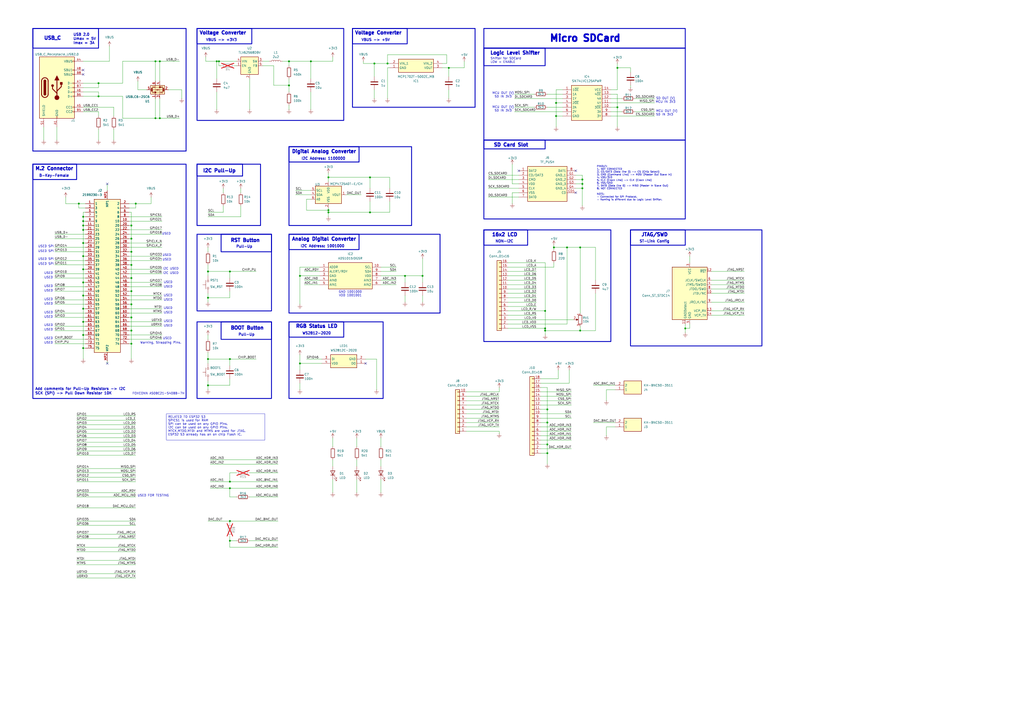
<source format=kicad_sch>
(kicad_sch (version 20231120) (generator "eeschema") (generator_version "8.0")
  (paper "A2")
  (junction (at 316.23 180.34))
  (junction (at 120.65 172.72))
  (junction (at 214.63 123.19))
  (junction (at 120.65 223.52))
  (junction (at 317.5 245.11))
  (junction (at 78.74 118.11))
  (junction (at 92.71 68.58))
  (junction (at 321.31 143.51))
  (junction (at 234.95 160.02))
  (junction (at 48.26 156.21))
  (junction (at 76.2 153.67))
  (junction (at 76.2 161.29))
  (junction (at 358.14 62.23))
  (junction (at 358.14 39.37))
  (junction (at 76.2 191.77))
  (junction (at 173.99 210.82))
  (junction (at 76.2 146.05))
  (junction (at 133.35 302.26))
  (junction (at 224.79 36.83))
  (junction (at 337.82 106.68))
  (junction (at 214.63 102.87))
  (junction (at 322.58 67.31))
  (junction (at 76.2 168.91))
  (junction (at 127 35.56))
  (junction (at 48.26 125.73))
  (junction (at 317.5 237.49))
  (junction (at 133.35 157.48))
  (junction (at 167.64 49.53))
  (junction (at 120.65 208.28))
  (junction (at 45.72 118.11))
  (junction (at 322.58 59.69))
  (junction (at 48.26 201.93))
  (junction (at 337.82 109.22))
  (junction (at 316.23 190.5))
  (junction (at 125.73 35.56))
  (junction (at 48.26 186.69))
  (junction (at 133.35 313.69))
  (junction (at 48.26 179.07))
  (junction (at 167.64 35.56))
  (junction (at 133.35 279.4))
  (junction (at 190.5 121.92))
  (junction (at 76.2 184.15))
  (junction (at 190.5 123.19))
  (junction (at 48.26 171.45))
  (junction (at 397.51 190.5))
  (junction (at 92.71 35.56))
  (junction (at 76.2 138.43))
  (junction (at 217.17 36.83))
  (junction (at 245.11 160.02))
  (junction (at 76.2 199.39))
  (junction (at 133.35 283.21))
  (junction (at 336.55 143.51))
  (junction (at 48.26 194.31))
  (junction (at 76.2 176.53))
  (junction (at 48.26 140.97))
  (junction (at 336.55 191.77))
  (junction (at 317.5 262.89))
  (junction (at 76.2 130.81))
  (junction (at 90.17 35.56))
  (junction (at 133.35 208.28))
  (junction (at 316.23 191.77))
  (junction (at 120.65 157.48))
  (junction (at 173.99 160.02))
  (junction (at 90.17 68.58))
  (junction (at 317.5 257.81))
  (junction (at 328.93 143.51))
  (junction (at 57.15 48.26))
  (junction (at 57.15 55.88))
  (junction (at 48.26 128.27))
  (junction (at 190.5 102.87))
  (junction (at 337.82 104.14))
  (junction (at 180.34 35.56))
  (junction (at 260.35 39.37))
  (junction (at 48.26 130.81))
  (junction (at 48.26 163.83))
  (junction (at 48.26 148.59))
  (junction (at 48.26 133.35))
  (no_connect (at 48.26 43.18))
  (no_connect (at 300.99 99.06))
  (no_connect (at 62.23 106.68))
  (no_connect (at 334.01 99.06))
  (no_connect (at 334.01 111.76))
  (no_connect (at 48.26 40.64))
  (no_connect (at 62.23 210.82))
  (no_connect (at 212.09 210.82))
  (wire (pts (xy 294.64 152.4) (xy 316.23 152.4)))
  (wire (pts (xy 129.54 119.38) (xy 129.54 123.19)))
  (wire (pts (xy 317.5 257.81) (xy 317.5 262.89)))
  (wire (pts (xy 313.69 247.65) (xy 331.47 247.65)))
  (wire (pts (xy 71.12 35.56) (xy 90.17 35.56)))
  (wire (pts (xy 328.93 143.51) (xy 336.55 143.51)))
  (wire (pts (xy 74.93 130.81) (xy 76.2 130.81)))
  (wire (pts (xy 294.64 160.02) (xy 311.15 160.02)))
  (wire (pts (xy 38.1 114.3) (xy 38.1 118.11)))
  (wire (pts (xy 193.04 278.13) (xy 193.04 285.75)))
  (wire (pts (xy 294.64 162.56) (xy 311.15 162.56)))
  (wire (pts (xy 283.21 109.22) (xy 300.99 109.22)))
  (wire (pts (xy 78.74 120.65) (xy 74.93 120.65)))
  (wire (pts (xy 44.45 325.12) (xy 78.74 325.12)))
  (wire (pts (xy 226.06 123.19) (xy 214.63 123.19)))
  (wire (pts (xy 74.93 123.19) (xy 76.2 123.19)))
  (wire (pts (xy 48.26 48.26) (xy 57.15 48.26)))
  (wire (pts (xy 44.45 276.86) (xy 78.74 276.86)))
  (wire (pts (xy 224.79 36.83) (xy 217.17 36.83)))
  (wire (pts (xy 127 35.56) (xy 125.73 35.56)))
  (wire (pts (xy 300.99 106.68) (xy 297.18 106.68)))
  (wire (pts (xy 48.26 64.77) (xy 57.15 64.77)))
  (wire (pts (xy 173.99 210.82) (xy 173.99 214.63)))
  (wire (pts (xy 226.06 109.22) (xy 226.06 102.87)))
  (wire (pts (xy 62.23 210.82) (xy 62.23 209.55)))
  (wire (pts (xy 412.75 180.34) (xy 431.8 180.34)))
  (wire (pts (xy 210.82 36.83) (xy 217.17 36.83)))
  (wire (pts (xy 229.87 162.56) (xy 220.98 162.56)))
  (wire (pts (xy 120.65 302.26) (xy 133.35 302.26)))
  (wire (pts (xy 76.2 168.91) (xy 76.2 161.29)))
  (wire (pts (xy 44.45 279.4) (xy 78.74 279.4)))
  (wire (pts (xy 121.92 266.7) (xy 161.29 266.7)))
  (wire (pts (xy 313.69 219.71) (xy 323.85 219.71)))
  (wire (pts (xy 234.95 160.02) (xy 234.95 163.83)))
  (wire (pts (xy 200.66 113.03) (xy 209.55 113.03)))
  (wire (pts (xy 185.42 154.94) (xy 173.99 154.94)))
  (wire (pts (xy 334.01 106.68) (xy 337.82 106.68)))
  (wire (pts (xy 125.73 53.34) (xy 125.73 63.5)))
  (wire (pts (xy 322.58 67.31) (xy 322.58 73.66)))
  (wire (pts (xy 48.26 194.31) (xy 49.53 194.31)))
  (wire (pts (xy 358.14 54.61) (xy 358.14 62.23)))
  (wire (pts (xy 217.17 52.07) (xy 217.17 57.15)))
  (wire (pts (xy 214.63 116.84) (xy 214.63 123.19)))
  (wire (pts (xy 49.53 123.19) (xy 48.26 123.19)))
  (wire (pts (xy 90.17 68.58) (xy 92.71 68.58)))
  (wire (pts (xy 173.99 160.02) (xy 185.42 160.02)))
  (wire (pts (xy 356.87 245.11) (xy 344.17 245.11)))
  (wire (pts (xy 144.78 274.32) (xy 161.29 274.32)))
  (wire (pts (xy 379.73 59.69) (xy 354.33 59.69)))
  (wire (pts (xy 173.99 154.94) (xy 173.99 160.02)))
  (wire (pts (xy 76.2 138.43) (xy 76.2 130.81)))
  (wire (pts (xy 133.35 157.48) (xy 133.35 161.29)))
  (wire (pts (xy 74.93 181.61) (xy 93.98 181.61)))
  (wire (pts (xy 25.4 73.66) (xy 25.4 81.28)))
  (wire (pts (xy 48.26 179.07) (xy 49.53 179.07)))
  (wire (pts (xy 31.75 184.15) (xy 49.53 184.15)))
  (wire (pts (xy 316.23 180.34) (xy 316.23 190.5)))
  (wire (pts (xy 207.01 254) (xy 207.01 259.08)))
  (wire (pts (xy 336.55 143.51) (xy 345.44 143.51)))
  (wire (pts (xy 48.26 163.83) (xy 48.26 171.45)))
  (wire (pts (xy 57.15 55.88) (xy 57.15 53.34)))
  (wire (pts (xy 217.17 36.83) (xy 217.17 44.45)))
  (wire (pts (xy 173.99 205.74) (xy 173.99 210.82)))
  (wire (pts (xy 283.21 104.14) (xy 300.99 104.14)))
  (wire (pts (xy 48.26 156.21) (xy 49.53 156.21)))
  (wire (pts (xy 78.74 259.08) (xy 44.45 259.08)))
  (wire (pts (xy 74.93 196.85) (xy 93.98 196.85)))
  (wire (pts (xy 313.69 250.19) (xy 331.47 250.19)))
  (wire (pts (xy 48.26 179.07) (xy 48.26 186.69)))
  (wire (pts (xy 120.65 208.28) (xy 120.65 210.82)))
  (wire (pts (xy 90.17 57.15) (xy 90.17 68.58)))
  (wire (pts (xy 74.93 184.15) (xy 76.2 184.15)))
  (wire (pts (xy 313.69 240.03) (xy 331.47 240.03)))
  (wire (pts (xy 74.93 140.97) (xy 93.98 140.97)))
  (wire (pts (xy 317.5 262.89) (xy 317.5 269.24)))
  (wire (pts (xy 334.01 104.14) (xy 337.82 104.14)))
  (wire (pts (xy 31.75 196.85) (xy 49.53 196.85)))
  (wire (pts (xy 133.35 172.72) (xy 120.65 172.72)))
  (wire (pts (xy 322.58 67.31) (xy 326.39 67.31)))
  (wire (pts (xy 313.69 222.25) (xy 330.2 222.25)))
  (wire (pts (xy 317.5 224.79) (xy 317.5 237.49)))
  (wire (pts (xy 351.79 226.06) (xy 351.79 232.41)))
  (wire (pts (xy 125.73 35.56) (xy 125.73 45.72)))
  (wire (pts (xy 322.58 52.07) (xy 322.58 59.69)))
  (wire (pts (xy 57.15 48.26) (xy 57.15 50.8)))
  (wire (pts (xy 397.51 187.96) (xy 397.51 190.5)))
  (wire (pts (xy 48.26 123.19) (xy 48.26 125.73)))
  (wire (pts (xy 226.06 36.83) (xy 224.79 36.83)))
  (wire (pts (xy 31.75 135.89) (xy 49.53 135.89)))
  (wire (pts (xy 45.72 120.65) (xy 49.53 120.65)))
  (wire (pts (xy 313.69 242.57) (xy 331.47 242.57)))
  (wire (pts (xy 133.35 208.28) (xy 148.59 208.28)))
  (wire (pts (xy 144.78 45.72) (xy 144.78 63.5)))
  (wire (pts (xy 270.51 234.95) (xy 289.56 234.95)))
  (wire (pts (xy 71.12 55.88) (xy 71.12 68.58)))
  (wire (pts (xy 167.64 60.96) (xy 167.64 63.5)))
  (wire (pts (xy 74.93 189.23) (xy 93.98 189.23)))
  (wire (pts (xy 326.39 52.07) (xy 322.58 52.07)))
  (wire (pts (xy 270.51 229.87) (xy 289.56 229.87)))
  (wire (pts (xy 214.63 102.87) (xy 214.63 109.22)))
  (wire (pts (xy 133.35 283.21) (xy 161.29 283.21)))
  (wire (pts (xy 224.79 31.75) (xy 224.79 36.83)))
  (wire (pts (xy 167.64 45.72) (xy 167.64 49.53)))
  (wire (pts (xy 313.69 252.73) (xy 331.47 252.73)))
  (wire (pts (xy 133.35 303.53) (xy 133.35 302.26)))
  (wire (pts (xy 313.69 227.33) (xy 331.47 227.33)))
  (wire (pts (xy 133.35 219.71) (xy 133.35 223.52)))
  (wire (pts (xy 48.26 128.27) (xy 48.26 130.81)))
  (wire (pts (xy 337.82 101.6) (xy 337.82 104.14)))
  (wire (pts (xy 133.35 208.28) (xy 133.35 212.09)))
  (wire (pts (xy 76.2 146.05) (xy 76.2 138.43)))
  (wire (pts (xy 351.79 247.65) (xy 351.79 252.73)))
  (wire (pts (xy 48.26 171.45) (xy 49.53 171.45)))
  (wire (pts (xy 63.5 35.56) (xy 63.5 26.67)))
  (wire (pts (xy 313.69 255.27) (xy 331.47 255.27)))
  (wire (pts (xy 48.26 125.73) (xy 48.26 128.27)))
  (wire (pts (xy 360.68 57.15) (xy 354.33 57.15)))
  (wire (pts (xy 74.93 125.73) (xy 93.98 125.73)))
  (wire (pts (xy 177.8 208.28) (xy 186.69 208.28)))
  (wire (pts (xy 270.51 237.49) (xy 289.56 237.49)))
  (wire (pts (xy 76.2 191.77) (xy 76.2 199.39)))
  (wire (pts (xy 336.55 143.51) (xy 336.55 181.61)))
  (wire (pts (xy 31.75 138.43) (xy 49.53 138.43)))
  (wire (pts (xy 57.15 48.26) (xy 71.12 48.26)))
  (wire (pts (xy 220.98 278.13) (xy 220.98 285.75)))
  (wire (pts (xy 44.45 304.8) (xy 78.74 304.8)))
  (wire (pts (xy 120.65 204.47) (xy 120.65 208.28)))
  (wire (pts (xy 321.31 143.51) (xy 328.93 143.51)))
  (wire (pts (xy 322.58 59.69) (xy 322.58 67.31)))
  (wire (pts (xy 270.51 227.33) (xy 289.56 227.33)))
  (wire (pts (xy 31.75 173.99) (xy 49.53 173.99)))
  (wire (pts (xy 245.11 171.45) (xy 245.11 175.26)))
  (wire (pts (xy 48.26 171.45) (xy 48.26 179.07)))
  (wire (pts (xy 139.7 125.73) (xy 139.7 119.38)))
  (wire (pts (xy 92.71 57.15) (xy 92.71 68.58)))
  (wire (pts (xy 74.93 166.37) (xy 93.98 166.37)))
  (wire (pts (xy 365.76 41.91) (xy 365.76 39.37)))
  (wire (pts (xy 133.35 157.48) (xy 120.65 157.48)))
  (wire (pts (xy 74.93 133.35) (xy 93.98 133.35)))
  (wire (pts (xy 48.26 130.81) (xy 48.26 133.35)))
  (wire (pts (xy 127 35.56) (xy 137.16 35.56)))
  (wire (pts (xy 379.73 57.15) (xy 368.3 57.15)))
  (wire (pts (xy 379.73 64.77) (xy 368.3 64.77)))
  (wire (pts (xy 283.21 101.6) (xy 300.99 101.6)))
  (wire (pts (xy 33.02 73.66) (xy 33.02 81.28)))
  (wire (pts (xy 78.74 248.92) (xy 44.45 248.92)))
  (wire (pts (xy 177.8 115.57) (xy 177.8 121.92)))
  (wire (pts (xy 74.93 191.77) (xy 76.2 191.77)))
  (wire (pts (xy 66.04 74.93) (xy 66.04 81.28)))
  (wire (pts (xy 270.51 240.03) (xy 289.56 240.03)))
  (wire (pts (xy 337.82 109.22) (xy 334.01 109.22)))
  (wire (pts (xy 48.26 140.97) (xy 49.53 140.97)))
  (wire (pts (xy 78.74 120.65) (xy 78.74 118.11)))
  (wire (pts (xy 313.69 224.79) (xy 317.5 224.79)))
  (wire (pts (xy 220.98 266.7) (xy 220.98 270.51)))
  (wire (pts (xy 48.26 130.81) (xy 49.53 130.81)))
  (wire (pts (xy 74.93 163.83) (xy 93.98 163.83)))
  (wire (pts (xy 313.69 229.87) (xy 331.47 229.87)))
  (wire (pts (xy 256.54 36.83) (xy 259.08 36.83)))
  (wire (pts (xy 259.08 36.83) (xy 259.08 31.75)))
  (wire (pts (xy 177.8 121.92) (xy 190.5 121.92)))
  (wire (pts (xy 379.73 67.31) (xy 354.33 67.31)))
  (wire (pts (xy 321.31 142.24) (xy 321.31 143.51)))
  (wire (pts (xy 48.26 125.73) (xy 49.53 125.73)))
  (wire (pts (xy 158.75 38.1) (xy 158.75 49.53)))
  (wire (pts (xy 76.2 153.67) (xy 76.2 146.05)))
  (wire (pts (xy 294.64 180.34) (xy 316.23 180.34)))
  (wire (pts (xy 48.26 55.88) (xy 57.15 55.88)))
  (wire (pts (xy 48.26 163.83) (xy 49.53 163.83)))
  (wire (pts (xy 57.15 55.88) (xy 71.12 55.88)))
  (wire (pts (xy 163.83 35.56) (xy 167.64 35.56)))
  (wire (pts (xy 152.4 38.1) (xy 158.75 38.1)))
  (wire (pts (xy 297.18 95.25) (xy 297.18 106.68)))
  (wire (pts (xy 212.09 208.28) (xy 218.44 208.28)))
  (wire (pts (xy 313.69 262.89) (xy 317.5 262.89)))
  (wire (pts (xy 44.45 309.88) (xy 78.74 309.88)))
  (wire (pts (xy 358.14 39.37) (xy 365.76 39.37)))
  (wire (pts (xy 48.26 186.69) (xy 49.53 186.69)))
  (wire (pts (xy 48.26 133.35) (xy 48.26 140.97)))
  (wire (pts (xy 294.64 175.26) (xy 311.15 175.26)))
  (wire (pts (xy 180.34 63.5) (xy 180.34 53.34)))
  (wire (pts (xy 226.06 116.84) (xy 226.06 123.19)))
  (wire (pts (xy 330.2 222.25) (xy 330.2 214.63)))
  (wire (pts (xy 260.35 39.37) (xy 260.35 44.45)))
  (wire (pts (xy 74.93 173.99) (xy 93.98 173.99)))
  (wire (pts (xy 313.69 234.95) (xy 331.47 234.95)))
  (wire (pts (xy 133.35 317.5) (xy 133.35 313.69)))
  (wire (pts (xy 193.04 254) (xy 193.04 259.08)))
  (wire (pts (xy 412.75 175.26) (xy 431.8 175.26)))
  (wire (pts (xy 190.5 123.19) (xy 190.5 125.73)))
  (wire (pts (xy 74.93 153.67) (xy 76.2 153.67)))
  (wire (pts (xy 313.69 237.49) (xy 317.5 237.49)))
  (wire (pts (xy 354.33 54.61) (xy 358.14 54.61)))
  (wire (pts (xy 135.89 38.1) (xy 137.16 38.1)))
  (wire (pts (xy 229.87 165.1) (xy 220.98 165.1)))
  (wire (pts (xy 294.64 182.88) (xy 311.15 182.88)))
  (wire (pts (xy 74.93 168.91) (xy 76.2 168.91)))
  (wire (pts (xy 316.23 191.77) (xy 316.23 190.5)))
  (wire (pts (xy 120.65 220.98) (xy 120.65 223.52)))
  (wire (pts (xy 74.93 151.13) (xy 93.98 151.13)))
  (wire (pts (xy 74.93 156.21) (xy 93.98 156.21)))
  (wire (pts (xy 74.93 143.51) (xy 93.98 143.51)))
  (wire (pts (xy 74.93 128.27) (xy 93.98 128.27)))
  (wire (pts (xy 358.14 39.37) (xy 358.14 52.07)))
  (wire (pts (xy 120.65 123.19) (xy 129.54 123.19)))
  (wire (pts (xy 245.11 163.83) (xy 245.11 160.02)))
  (wire (pts (xy 259.08 31.75) (xy 224.79 31.75)))
  (wire (pts (xy 412.75 170.18) (xy 431.8 170.18)))
  (wire (pts (xy 31.75 158.75) (xy 49.53 158.75)))
  (wire (pts (xy 120.65 143.51) (xy 120.65 146.05)))
  (wire (pts (xy 44.45 288.29) (xy 78.74 288.29)))
  (wire (pts (xy 412.75 167.64) (xy 431.8 167.64)))
  (wire (pts (xy 167.64 35.56) (xy 180.34 35.56)))
  (wire (pts (xy 365.76 49.53) (xy 365.76 50.8)))
  (wire (pts (xy 31.75 191.77) (xy 49.53 191.77)))
  (wire (pts (xy 337.82 106.68) (xy 337.82 109.22)))
  (wire (pts (xy 190.5 105.41) (xy 190.5 102.87)))
  (wire (pts (xy 44.45 317.5) (xy 78.74 317.5)))
  (wire (pts (xy 48.26 140.97) (xy 48.26 148.59)))
  (wire (pts (xy 57.15 50.8) (xy 48.26 50.8)))
  (wire (pts (xy 234.95 171.45) (xy 234.95 175.26)))
  (wire (pts (xy 313.69 245.11) (xy 317.5 245.11)))
  (wire (pts (xy 270.51 232.41) (xy 289.56 232.41)))
  (wire (pts (xy 129.54 109.22) (xy 129.54 111.76)))
  (wire (pts (xy 44.45 285.75) (xy 78.74 285.75)))
  (wire (pts (xy 105.41 52.07) (xy 105.41 57.15)))
  (wire (pts (xy 31.75 143.51) (xy 49.53 143.51)))
  (wire (pts (xy 44.45 274.32) (xy 78.74 274.32)))
  (wire (pts (xy 74.93 148.59) (xy 93.98 148.59)))
  (wire (pts (xy 210.82 35.56) (xy 210.82 36.83)))
  (wire (pts (xy 80.01 52.07) (xy 85.09 52.07)))
  (wire (pts (xy 171.45 113.03) (xy 180.34 113.03)))
  (wire (pts (xy 74.93 158.75) (xy 93.98 158.75)))
  (wire (pts (xy 44.45 271.78) (xy 78.74 271.78)))
  (wire (pts (xy 270.51 247.65) (xy 289.56 247.65)))
  (wire (pts (xy 90.17 35.56) (xy 90.17 46.99)))
  (wire (pts (xy 31.75 151.13) (xy 49.53 151.13)))
  (wire (pts (xy 313.69 257.81) (xy 317.5 257.81)))
  (wire (pts (xy 260.35 39.37) (xy 269.24 39.37)))
  (wire (pts (xy 31.75 181.61) (xy 49.53 181.61)))
  (wire (pts (xy 313.69 232.41) (xy 331.47 232.41)))
  (wire (pts (xy 294.64 177.8) (xy 311.15 177.8)))
  (wire (pts (xy 44.45 327.66) (xy 78.74 327.66)))
  (wire (pts (xy 214.63 102.87) (xy 226.06 102.87)))
  (wire (pts (xy 334.01 101.6) (xy 337.82 101.6)))
  (wire (pts (xy 119.38 33.02) (xy 119.38 35.56)))
  (wire (pts (xy 78.74 254) (xy 44.45 254)))
  (wire (pts (xy 294.64 187.96) (xy 328.93 187.96)))
  (wire (pts (xy 270.51 245.11) (xy 289.56 245.11)))
  (wire (pts (xy 78.74 118.11) (xy 87.63 118.11)))
  (wire (pts (xy 44.45 320.04) (xy 78.74 320.04)))
  (wire (pts (xy 76.2 184.15) (xy 76.2 176.53)))
  (wire (pts (xy 298.45 62.23) (xy 309.88 62.23)))
  (wire (pts (xy 328.93 143.51) (xy 328.93 187.96)))
  (wire (pts (xy 245.11 149.86) (xy 245.11 160.02)))
  (wire (pts (xy 62.23 106.68) (xy 62.23 110.49)))
  (wire (pts (xy 48.26 35.56) (xy 63.5 35.56)))
  (wire (pts (xy 218.44 208.28) (xy 218.44 226.06)))
  (wire (pts (xy 317.5 62.23) (xy 326.39 62.23)))
  (wire (pts (xy 270.51 250.19) (xy 289.56 250.19)))
  (wire (pts (xy 48.26 148.59) (xy 49.53 148.59)))
  (wire (pts (xy 78.74 264.16) (xy 44.45 264.16)))
  (wire (pts (xy 120.65 223.52) (xy 120.65 226.06)))
  (wire (pts (xy 229.87 157.48) (xy 220.98 157.48)))
  (wire (pts (xy 294.64 172.72) (xy 311.15 172.72)))
  (wire (pts (xy 207.01 266.7) (xy 207.01 270.51)))
  (wire (pts (xy 57.15 53.34) (xy 48.26 53.34)))
  (wire (pts (xy 297.18 111.76) (xy 297.18 118.11)))
  (wire (pts (xy 283.21 114.3) (xy 300.99 114.3)))
  (wire (pts (xy 180.34 35.56) (xy 180.34 45.72)))
  (wire (pts (xy 176.53 165.1) (xy 185.42 165.1)))
  (wire (pts (xy 57.15 64.77) (xy 57.15 67.31)))
  (wire (pts (xy 356.87 226.06) (xy 351.79 226.06)))
  (wire (pts (xy 74.93 138.43) (xy 76.2 138.43)))
  (wire (pts (xy 180.34 35.56) (xy 193.04 35.56)))
  (wire (pts (xy 44.45 294.64) (xy 78.74 294.64)))
  (wire (pts (xy 133.35 313.69) (xy 133.35 311.15)))
  (wire (pts (xy 120.65 172.72) (xy 120.65 175.26)))
  (wire (pts (xy 214.63 123.19) (xy 190.5 123.19)))
  (wire (pts (xy 44.45 312.42) (xy 78.74 312.42)))
  (wire (pts (xy 294.64 157.48) (xy 311.15 157.48)))
  (wire (pts (xy 316.23 152.4) (xy 316.23 180.34)))
  (wire (pts (xy 74.93 161.29) (xy 76.2 161.29)))
  (wire (pts (xy 137.16 288.29) (xy 133.35 288.29)))
  (wire (pts (xy 38.1 118.11) (xy 45.72 118.11)))
  (wire (pts (xy 31.75 199.39) (xy 49.53 199.39)))
  (wire (pts (xy 31.75 146.05) (xy 49.53 146.05)))
  (wire (pts (xy 220.98 160.02) (xy 234.95 160.02)))
  (wire (pts (xy 171.45 110.49) (xy 180.34 110.49)))
  (wire (pts (xy 173.99 222.25) (xy 173.99 226.06)))
  (wire (pts (xy 45.72 120.65) (xy 45.72 118.11)))
  (wire (pts (xy 224.79 39.37) (xy 226.06 39.37)))
  (wire (pts (xy 289.56 227.33) (xy 289.56 224.79)))
  (wire (pts (xy 176.53 157.48) (xy 185.42 157.48)))
  (wire (pts (xy 345.44 143.51) (xy 345.44 162.56)))
  (wire (pts (xy 74.93 146.05) (xy 76.2 146.05)))
  (wire (pts (xy 120.65 153.67) (xy 120.65 157.48)))
  (wire (pts (xy 152.4 35.56) (xy 156.21 35.56)))
  (wire (pts (xy 120.65 125.73) (xy 139.7 125.73)))
  (wire (pts (xy 76.2 123.19) (xy 76.2 130.81)))
  (wire (pts (xy 92.71 35.56) (xy 104.14 35.56)))
  (wire (pts (xy 48.26 133.35) (xy 49.53 133.35)))
  (wire (pts (xy 48.26 128.27) (xy 49.53 128.27)))
  (wire (pts (xy 76.2 161.29) (xy 76.2 153.67)))
  (wire (pts (xy 137.16 274.32) (xy 133.35 274.32)))
  (wire (pts (xy 119.38 35.56) (xy 125.73 35.56)))
  (wire (pts (xy 322.58 59.69) (xy 326.39 59.69)))
  (wire (pts (xy 31.75 166.37) (xy 49.53 166.37)))
  (wire (pts (xy 48.26 156.21) (xy 48.26 163.83)))
  (wire (pts (xy 229.87 154.94) (xy 220.98 154.94)))
  (wire (pts (xy 321.31 143.51) (xy 321.31 144.78)))
  (wire (pts (xy 167.64 35.56) (xy 167.64 38.1)))
  (wire (pts (xy 337.82 104.14) (xy 337.82 106.68)))
  (wire (pts (xy 76.2 176.53) (xy 76.2 168.91)))
  (wire (pts (xy 133.35 302.26) (xy 161.29 302.26)))
  (wire (pts (xy 57.15 74.93) (xy 57.15 81.28)))
  (wire (pts (xy 300.99 111.76) (xy 297.18 111.76)))
  (wire (pts (xy 92.71 35.56) (xy 92.71 46.99)))
  (wire (pts (xy 121.92 269.24) (xy 161.29 269.24)))
  (wire (pts (xy 289.56 250.19) (xy 289.56 251.46)))
  (wire (pts (xy 76.2 191.77) (xy 76.2 184.15)))
  (wire (pts (xy 316.23 191.77) (xy 336.55 191.77)))
  (wire (pts (xy 176.53 162.56) (xy 185.42 162.56)))
  (wire (pts (xy 313.69 260.35) (xy 331.47 260.35)))
  (wire (pts (xy 120.65 170.18) (xy 120.65 172.72)))
  (wire (pts (xy 76.2 199.39) (xy 76.2 208.28)))
  (wire (pts (xy 74.93 199.39) (xy 76.2 199.39)))
  (wire (pts (xy 133.35 288.29) (xy 133.35 283.21)))
  (wire (pts (xy 345.44 191.77) (xy 345.44 170.18)))
  (wire (pts (xy 31.75 153.67) (xy 49.53 153.67)))
  (wire (pts (xy 133.35 274.32) (xy 133.35 279.4)))
  (wire (pts (xy 400.05 148.59) (xy 400.05 152.4)))
  (wire (pts (xy 31.75 176.53) (xy 49.53 176.53)))
  (wire (pts (xy 193.04 266.7) (xy 193.04 270.51)))
  (wire (pts (xy 87.63 114.3) (xy 87.63 118.11)))
  (wire (pts (xy 31.75 168.91) (xy 49.53 168.91)))
  (wire (pts (xy 412.75 157.48) (xy 431.8 157.48)))
  (wire (pts (xy 133.35 157.48) (xy 148.59 157.48)))
  (wire (pts (xy 316.23 194.31) (xy 316.23 191.77)))
  (wire (pts (xy 48.26 201.93) (xy 49.53 201.93)))
  (wire (pts (xy 220.98 254) (xy 220.98 259.08)))
  (wire (pts (xy 344.17 223.52) (xy 356.87 223.52)))
  (wire (pts (xy 207.01 278.13) (xy 207.01 285.75)))
  (wire (pts (xy 294.64 170.18) (xy 311.15 170.18)))
  (wire (pts (xy 412.75 165.1) (xy 431.8 165.1)))
  (wire (pts (xy 121.92 279.4) (xy 133.35 279.4)))
  (wire (pts (xy 356.87 247.65) (xy 351.79 247.65)))
  (wire (pts (xy 270.51 242.57) (xy 289.56 242.57)))
  (wire (pts (xy 190.5 102.87) (xy 214.63 102.87)))
  (wire (pts (xy 298.45 57.15) (xy 326.39 57.15)))
  (wire (pts (xy 120.65 157.48) (xy 120.65 160.02)))
  (wire (pts (xy 90.17 35.56) (xy 92.71 35.56)))
  (wire (pts (xy 397.51 190.5) (xy 397.51 193.04)))
  (wire (pts (xy 323.85 219.71) (xy 323.85 214.63)))
  (wire (pts (xy 78.74 246.38) (xy 44.45 246.38)))
  (wire (pts (xy 74.93 194.31) (xy 93.98 194.31)))
  (wire (pts (xy 144.78 313.69) (xy 161.29 313.69)))
  (wire (pts (xy 78.74 241.3) (xy 44.45 241.3)))
  (wire (pts (xy 412.75 162.56) (xy 431.8 162.56)))
  (wire (pts (xy 167.64 49.53) (xy 167.64 53.34)))
  (wire (pts (xy 180.34 115.57) (xy 177.8 115.57)))
  (wire (pts (xy 133.35 317.5) (xy 161.29 317.5)))
  (wire (pts (xy 133.35 168.91) (xy 133.35 172.72)))
  (wire (pts (xy 400.05 190.5) (xy 397.51 190.5)))
  (wire (pts (xy 80.01 52.07) (xy 80.01 46.99)))
  (wire (pts (xy 133.35 208.28) (xy 120.65 208.28)))
  (wire (pts (xy 74.93 186.69) (xy 93.98 186.69)))
  (wire (pts (xy 354.33 52.07) (xy 358.14 52.07)))
  (wire (pts (xy 336.55 189.23) (xy 336.55 191.77)))
  (wire (pts (xy 294.64 167.64) (xy 311.15 167.64)))
  (wire (pts (xy 337.82 119.38) (xy 337.82 109.22)))
  (wire (pts (xy 173.99 210.82) (xy 186.69 210.82)))
  (wire (pts (xy 97.79 52.07) (xy 105.41 52.07)))
  (wire (pts (xy 74.93 179.07) (xy 93.98 179.07)))
  (wire (pts (xy 48.26 194.31) (xy 48.26 201.93)))
  (wire (pts (xy 121.92 283.21) (xy 133.35 283.21)))
  (wire (pts (xy 400.05 187.96) (xy 400.05 190.5)))
  (wire (pts (xy 294.64 154.94) (xy 321.31 154.94)))
  (wire (pts (xy 71.12 68.58) (xy 90.17 68.58)))
  (wire (pts (xy 294.64 190.5) (xy 316.23 190.5)))
  (wire (pts (xy 44.45 302.26) (xy 78.74 302.26)))
  (wire (pts (xy 234.95 160.02) (xy 245.11 160.02)))
  (wire (pts (xy 44.45 335.28) (xy 78.74 335.28)))
  (wire (pts (xy 48.26 62.23) (xy 66.04 62.23)))
  (wire (pts (xy 74.93 176.53) (xy 76.2 176.53)))
  (wire (pts (xy 133.35 313.69) (xy 137.16 313.69)))
  (wire (pts (xy 133.35 279.4) (xy 161.29 279.4)))
  (wire (pts (xy 317.5 245.11) (xy 317.5 257.81)))
  (wire (pts (xy 78.74 243.84) (xy 44.45 243.84)))
  (wire (pts (xy 127 38.1) (xy 127 35.56)))
  (wire (pts (xy 269.24 35.56) (xy 269.24 39.37)))
  (wire (pts (xy 128.27 38.1) (xy 127 38.1)))
  (wire (pts (xy 298.45 64.77) (xy 326.39 64.77)))
  (wire (pts (xy 358.14 36.83) (xy 358.14 39.37)))
  (wire (pts (xy 173.99 160.02) (xy 173.99 176.53)))
  (wire (pts (xy 190.5 120.65) (xy 190.5 121.92)))
  (wire (pts (xy 298.45 54.61) (xy 309.88 54.61)))
  (wire (pts (xy 92.71 68.58) (xy 104.14 68.58)))
  (wire (pts (xy 161.29 288.29) (xy 144.78 288.29)))
  (wire (pts (xy 317.5 54.61) (xy 326.39 54.61)))
  (wire (pts (xy 31.75 161.29) (xy 49.53 161.29)))
  (wire (pts (xy 321.31 152.4) (xy 321.31 154.94)))
  (wire (pts (xy 44.45 332.74) (xy 78.74 332.74)))
  (wire (pts (xy 48.26 201.93) (xy 48.26 208.28)))
  (wire (pts (xy 78.74 251.46) (xy 44.45 251.46)))
  (wire (pts (xy 190.5 121.92) (xy 190.5 123.19)))
  (wire (pts (xy 74.93 171.45) (xy 93.98 171.45)))
  (wire (pts (xy 294.64 165.1) (xy 311.15 165.1)))
  (wire (pts (xy 78.74 261.62) (xy 44.45 261.62)))
  (wire (pts (xy 412.75 182.88) (xy 431.8 182.88)))
  (wire (pts (xy 78.74 256.54) (xy 44.45 256.54)))
  (wire (pts (xy 224.79 57.15) (xy 224.79 39.37)))
  (wire (pts (xy 78.74 118.11) (xy 74.93 118.11)))
  (wire (pts (xy 190.5 100.33) (xy 190.5 102.87)))
  (wire (pts (xy 133.35 223.52) (xy 120.65 223.52)))
  (wire (pts (xy 158.75 49.53) (xy 167.64 49.53)))
  (wire (pts (xy 31.75 189.23) (xy 49.53 189.23)))
  (wire (pts (xy 360.68 64.77) (xy 354.33 64.77)))
  (wire (pts (xy 358.14 62.23) (xy 354.33 62.23)))
  (wire (pts (xy 45.72 118.11) (xy 49.53 118.11)))
  (wire (pts (xy 71.12 35.56) (xy 71.12 48.26)))
  (wire (pts (xy 74.93 135.89) (xy 93.98 135.89)))
  (wire (pts (xy 66.04 62.23) (xy 66.04 67.31)))
  (wire (pts (xy 294.64 185.42) (xy 332.74 185.42)))
  (wire (pts (xy 120.65 194.31) (xy 120.65 196.85)))
  (wire (pts (xy 256.54 39.37) (xy 260.35 39.37)))
  (wire (pts (xy 48.26 148.59) (xy 48.26 156.21)))
  (wire (pts (xy 260.35 57.15) (xy 260.35 52.07)))
  (wire (pts (xy 193.04 33.02) (xy 193.04 35.56)))
  (wire (pts (xy 317.5 237.49) (xy 317.5 245.11)))
  (wire (pts (xy 139.7 109.22) (xy 139.7 111.76)))
  (wire (pts (xy 336.55 191.77) (xy 345.44 191.77)))
  (wire (pts (xy 48.26 186.69) (xy 48.26 194.31)))
  (wire (pts (xy 358.14 62.23) (xy 358.14 73.66)))
  (rectangle (start 365.76 133.35) (end 397.51 142.24) (stroke (width 0.5)))
  (rectangle (start 280.67 27.94) (end 397.51 81.28) (stroke (width 0.5)))
  (rectangle (start 167.64 186.69) (end 199.39 195.58) (stroke (width 0.5)))
  (rectangle (start 204.47 16.51) (end 236.22 25.4) (stroke (width 0.5)))
  (rectangle (start 128.27 135.89) (end 157.48 146.05) (stroke (width 0.5)))
  (rectangle (start 114.3 95.25) (end 151.13 130.81) (stroke (width 0.5)))
  (rectangle (start 19.05 16.51) (end 107.95 87.63) (stroke (width 0.5)))
  (rectangle (start 280.67 81.28) (end 316.23 86.36) (stroke (width 0.5)))
  (rectangle (start 280.67 133.35) (end 306.07 142.24) (stroke (width 0.5)))
  (rectangle (start 167.64 85.09) (end 238.76 130.81) (stroke (width 0.5)))
  (rectangle (start 280.67 81.28) (end 397.51 127) (stroke (width 0.5)))
  (rectangle (start 280.67 27.94) (end 316.23 38.1) (stroke (width 0.5)))
  (rectangle (start 114.3 16.51) (end 199.39 69.85) (stroke (width 0.5)))
  (rectangle (start 280.67 16.51) (end 397.51 27.94) (stroke (width 0.5)))
  (rectangle (start 19.05 95.25) (end 107.95 231.14) (stroke (width 0.5)))
  (rectangle (start 19.05 95.25) (end 44.45 104.14) (stroke (width 0.5)))
  (rectangle (start 128.27 186.69) (end 157.48 196.85) (stroke (width 0.5)))
  (rectangle (start 280.67 133.35) (end 354.33 198.12) (stroke (width 0.5)))
  (rectangle (start 204.47 16.51) (end 275.59 62.23) (stroke (width 0.5)))
  (rectangle (start 114.3 95.25) (end 140.716 102.108) (stroke (width 0.5)))
  (rectangle (start 19.05 16.51) (end 57.15 27.94) (stroke (width 0.5)))
  (rectangle (start 365.76 133.35) (end 441.96 200.66) (stroke (width 0.5)))
  (rectangle (start 114.3 186.69) (end 157.48 231.14) (stroke (width 0.5)))
  (rectangle (start 167.64 135.89) (end 255.27 181.61) (stroke (width 0.5)))
  (rectangle (start 167.64 186.69) (end 222.25 231.14) (stroke (width 0.5)))
  (rectangle (start 114.3 135.89) (end 157.48 180.34) (stroke (width 0.5)))
  (rectangle (start 167.64 135.89) (end 208.28 144.78) (stroke (width 0.5)))
  (rectangle (start 114.3 16.51) (end 146.05 25.4) (stroke (width 0.5)))
  (rectangle (start 167.64 85.09) (end 208.28 93.98) (stroke (width 0.5)))
  (text_box "RELATED TO ESP32 S3\nSPICS1 is used for RAM\nSPI can be used on any GPIO Pins.\nI2C can be used on any GPIO Pins.\nMTCK,MTDO,MTDI and MTMS are used for JTAG.\nESP32 S3 already has an on chip Flash IC.\n\n" (at 96.52 240.03 0) (size 57.15 15.24) (effects (font (size 1.27 1.27)) (justify left top)))
  (text_box "PINOUT:\n1. NOT CONNECTED\n2. CD/DAT3 (Data line 3) -> CS (Chip Select)\n3. CMD (Command Line) -> MOSI (Master Out Slave In)\n4. VDD/3V3\n5. CLX (Clock Line) -> CLK (Clock Line)\n6. VSS/GND\n7. DAT0 (Data line 0) -> MISO (Master In Slave Out)\n8. NOT CONNECTED\n\nNOTE: \n- Connected for SPI Protocol.\n- Naming is different due to Logic Level Shifter." (at 345.44 90.17 0) (size 49.53 31.75) (stroke (width -0.0001)) (effects (font (size 1 1)) (justify left)))
  (text "USED" (at 28.194 161.036 0) (effects (font (size 1.27 1.27))))
  (text "MCU OUT (V)\nSD IN 3V3" (at 380.492 65.532 0) (effects (font (size 1.27 1.27)) (justify left)))
  (text "USED" (at 97.536 171.45 0) (effects (font (size 1.27 1.27))))
  (text "USED SPI" (at 26.67 145.796 0) (effects (font (size 1.27 1.27))))
  (text "USED" (at 96.774 150.622 0) (effects (font (size 1.27 1.27))))
  (text "I2C Address: 1001000" (at 174.244 143.764 0) (effects (font (size 1.5 1.5) (bold yes)) (justify left bottom)))
  (text "USED" (at 28.194 191.262 0) (effects (font (size 1.27 1.27))))
  (text "USED" (at 97.536 166.37 0) (effects (font (size 1.27 1.27))))
  (text "USED" (at 97.536 181.356 0) (effects (font (size 1.27 1.27))))
  (text "WS2812-2020" (at 175.26 194.31 0) (effects (font (size 1.5 1.5) (bold yes)) (justify left bottom)))
  (text "USED" (at 28.194 198.882 0) (effects (font (size 1.27 1.27))))
  (text "USB 2.0\nUmax = 5V \nImax = 3A" (at 42.418 25.908 0) (effects (font (size 1.5 1.5) (bold yes)) (justify left bottom)))
  (text "USED FOR TESTING" (at 88.9 287.528 0) (effects (font (size 1.27 1.27))))
  (text "M.2 Connector\n" (at 20.32 99.06 0) (effects (font (size 2 2) (thickness 1) (bold yes)) (justify left bottom)))
  (text "SD Card Slot" (at 286.258 85.344 0) (effects (font (size 2 2) (thickness 1) (bold yes)) (justify left bottom)))
  (text "RST Button\n" (at 133.604 140.716 0) (effects (font (size 2 2) (thickness 1) (bold yes)) (justify left bottom)))
  (text "USED" (at 28.194 168.656 0) (effects (font (size 1.27 1.27))))
  (text "Pull-Up" (at 136.906 144.018 0) (effects (font (size 1.5 1.5) (bold yes)) (justify left bottom)))
  (text "B-Key-Female" (at 22.606 102.87 0) (effects (font (size 1.5 1.5) (bold yes)) (justify left bottom)))
  (text "Add comments for Pull-Up Resistors -> I2C\n" (at 20.32 226.568 0) (effects (font (size 1.5 1.5) (bold yes)) (justify left bottom)))
  (text "MCU OUT (V)\nSD IN 3V3" (at 291.846 55.118 0) (effects (font (size 1.27 1.27))))
  (text "Voltage Converter\n" (at 115.57 20.32 0) (effects (font (size 2 2) (thickness 1) (bold yes)) (justify left bottom)))
  (text "VBUS -> +3V3" (at 119.38 24.13 0) (effects (font (size 1.5 1.5) (bold yes)) (justify left bottom)))
  (text "USED" (at 97.028 196.342 0) (effects (font (size 1.27 1.27))))
  (text "Micro SDCard" (at 318.516 24.638 0) (effects (font (size 4 4) (thickness 1) (bold yes)) (justify left bottom)))
  (text "BOOT Button\n" (at 133.604 191.516 0) (effects (font (size 2 2) (thickness 1) (bold yes)) (justify left bottom)))
  (text "USED" (at 97.536 178.816 0) (effects (font (size 1.27 1.27))))
  (text "16x2 LCD" (at 285.242 137.414 0) (effects (font (size 2 2) (thickness 1) (bold yes)) (justify left bottom)))
  (text "I2C Pull-Up" (at 117.602 100.33 0) (effects (font (size 2 2) (thickness 1) (bold yes)) (justify left bottom)))
  (text "Voltage Converter\n" (at 205.74 20.32 0) (effects (font (size 2 2) (thickness 1) (bold yes)) (justify left bottom)))
  (text "SD OUT (V)\nMCU IN 3V3" (at 386.08 58.166 0) (effects (font (size 1.27 1.27))))
  (text "USED" (at 97.536 186.436 0) (effects (font (size 1.27 1.27))))
  (text "USED" (at 28.194 166.116 0) (effects (font (size 1.27 1.27))))
  (text "I2C USED" (at 99.06 158.496 0) (effects (font (size 1.27 1.27))))
  (text "USED SPI" (at 26.67 143.002 0) (effects (font (size 1.27 1.27))))
  (text "USED" (at 28.194 181.356 0) (effects (font (size 1.27 1.27))))
  (text "RGB Status LED" (at 171.45 190.5 0) (effects (font (size 2 2) (thickness 1) (bold yes)) (justify left bottom)))
  (text "NON-I2C" (at 287.274 140.97 0) (effects (font (size 1.5 1.5) (bold yes)) (justify left bottom)))
  (text "Warning, Strapping Pins. " (at 93.726 198.882 0) (effects (font (size 1.27 1.27))))
  (text "USED" (at 28.194 158.496 0) (effects (font (size 1.27 1.27))))
  (text "MCU OUT (V)\nSD IN 3V3" (at 291.846 63.246 0) (effects (font (size 1.27 1.27))))
  (text "FOXCONN AS0BC21-S40BB-7H" (at 91.948 228.346 0) (effects (font (size 1.27 1.27))))
  (text "ST-Link Config" (at 370.84 140.97 0) (effects (font (size 1.5 1.5) (bold yes)) (justify left bottom)))
  (text "USED" (at 97.536 163.83 0) (effects (font (size 1.27 1.27))))
  (text "I2C USED" (at 99.06 155.956 0) (effects (font (size 1.27 1.27))))
  (text "USED" (at 28.194 173.736 0) (effects (font (size 1.27 1.27))))
  (text "I2C Address: 1100000" (at 174.752 92.964 0) (effects (font (size 1.5 1.5) (bold yes)) (justify left bottom)))
  (text "USED" (at 28.194 188.722 0) (effects (font (size 1.27 1.27))))
  (text "USED SPI" (at 26.67 150.368 0) (effects (font (size 1.27 1.27))))
  (text "USED" (at 28.194 176.276 0) (effects (font (size 1.27 1.27))))
  (text "GND 1001000\nVDD 1001001\n" (at 203.2 170.434 0) (effects (font (size 1.27 1.27))))
  (text "Digital Analog Converter" (at 169.164 89.154 0) (effects (font (size 2 2) (thickness 1) (bold yes)) (justify left bottom)))
  (text "Analog Digital Converter" (at 169.164 139.954 0) (effects (font (size 2 2) (thickness 1) (bold yes)) (justify left bottom)))
  (text "USED" (at 97.536 188.976 0) (effects (font (size 1.27 1.27))))
  (text "USED" (at 28.194 196.342 0) (effects (font (size 1.27 1.27))))
  (text "Shifter for SDCard\nLOW = ENABLE" (at 284.48 35.052 0) (effects (font (size 1.27 1.27)) (justify left)))
  (text "Logic Level Shifter" (at 284.226 32.004 0) (effects (font (size 2 2) (thickness 1) (bold yes)) (justify left bottom)))
  (text "USED" (at 97.536 173.99 0) (effects (font (size 1.27 1.27))))
  (text "JTAG/SWD" (at 371.856 137.414 0) (effects (font (size 2 2) (thickness 1) (bold yes)) (justify left bottom)))
  (text "USED" (at 96.774 148.082 0) (effects (font (size 1.27 1.27))))
  (text "USED" (at 28.194 183.896 0) (effects (font (size 1.27 1.27))))
  (text "VBUS -> +5V\n" (at 209.55 24.13 0) (effects (font (size 1.5 1.5) (bold yes)) (justify left bottom)))
  (text "USED SPI" (at 26.67 153.162 0) (effects (font (size 1.27 1.27))))
  (text "SCK (SPI) -> Pull Down Resistor 10K" (at 20.32 229.108 0) (effects (font (size 1.5 1.5) (bold yes)) (justify left bottom)))
  (text "Pull-Up" (at 138.176 195.072 0) (effects (font (size 1.5 1.5) (bold yes)) (justify left bottom)))
  (text "USB_C\n" (at 25.4 23.368 0) (effects (font (size 2 2) (thickness 1) (bold yes)) (justify left bottom)))
  (text "USED" (at 96.52 135.636 0) (effects (font (size 1.27 1.27))))
  (label "JTAG_MTCK" (at 431.8 162.56 180))
  (label "GPIO14" (at 44.45 271.78 0))
  (label "GPIO18" (at 93.98 135.89 180))
  (label "LCD_D7" (at 311.15 157.48 180))
  (label "SDA" (at 120.65 125.73 0))
  (label "GPIO3" (at 44.45 246.38 0))
  (label "ADC_HDR_IN2" (at 331.47 250.19 180))
  (label "ADC_HDR_IN2" (at 161.29 269.24 180))
  (label "DI_SDCARD" (at 298.45 57.15 0))
  (label "CHIP_PU" (at 148.59 157.48 180))
  (label "DAC_OUT" (at 120.65 302.26 0))
  (label "JTAG_JRCLK" (at 431.8 175.26 180))
  (label "ADC_HDR_IN3" (at 331.47 247.65 180))
  (label "LCD_D0" (at 311.15 175.26 180))
  (label "CHIP_PU" (at 31.75 199.39 0))
  (label "CS_SDCARD" (at 379.73 67.31 180))
  (label "GPIO18" (at 44.45 294.64 0))
  (label "MISO_SPI" (at 379.73 59.69 180))
  (label "JTAG_MTMS" (at 78.74 327.66 180))
  (label "ADC_IN1" (at 121.92 279.4 0))
  (label "GPIO9" (at 31.75 161.29 0))
  (label "ADC_HDR_IN1" (at 331.47 252.73 180))
  (label "CS0_SPI" (at 331.47 232.41 180))
  (label "ADC_IN3" (at 121.92 266.7 0))
  (label "GPIO6" (at 44.45 254 0))
  (label "GPIO35" (at 44.45 302.26 0))
  (label "GPIO10" (at 44.45 264.16 0))
  (label "USB_D+" (at 96.52 68.58 0))
  (label "ADC_IN2" (at 121.92 269.24 0))
  (label "MOSI_SPI" (at 331.47 229.87 180))
  (label "JTAG_MTDO" (at 431.8 167.64 180))
  (label "DAC_OUT" (at 209.55 113.03 180))
  (label "LCD_D2" (at 311.15 170.18 180))
  (label "GPIO38" (at 44.45 312.42 0))
  (label "DAC_BNC_OUT" (at 344.17 245.11 0))
  (label "GPIO13" (at 31.75 146.05 0))
  (label "JTAG_MTDI" (at 78.74 325.12 180))
  (label "GPIO12" (at 31.75 151.13 0))
  (label "JTAG_NRST" (at 289.56 232.41 180))
  (label "JTAG_JRCLK" (at 78.74 309.88 180))
  (label "USB_D-" (at 104.14 35.56 180))
  (label "GPIO6" (at 31.75 173.99 0))
  (label "SPICLK_P" (at 93.98 143.51 180))
  (label "LCD_D7" (at 78.74 264.16 180))
  (label "GPIO5" (at 44.45 251.46 0))
  (label "ADC_IN1" (at 176.53 165.1 0))
  (label "SCL" (at 229.87 154.94 180))
  (label "LCD_RS" (at 311.15 182.88 180))
  (label "DAC_BNC_OUT" (at 161.29 302.26 180))
  (label "SCK_SPI" (at 298.45 62.23 0))
  (label "GPIO37" (at 44.45 309.88 0))
  (label "GPIO1" (at 44.45 241.3 0))
  (label "GPIO13" (at 44.45 274.32 0))
  (label "GPIO7" (at 31.75 168.91 0))
  (label "JTAG_MTCK" (at 78.74 317.5 180))
  (label "DAC_MCU_OUT" (at 78.74 294.64 180))
  (label "DO_SDCARD" (at 283.21 114.3 0))
  (label "MTMS" (at 93.98 181.61 180))
  (label "GPIO4" (at 31.75 181.61 0))
  (label "SDA" (at 171.45 113.03 0))
  (label "LCD_D3" (at 78.74 254 180))
  (label "JTAG_VCP_RX" (at 431.8 180.34 180))
  (label "GPIO9" (at 44.45 261.62 0))
  (label "JTAG_NRST" (at 431.8 157.48 180))
  (label "ADC_IN0" (at 176.53 162.56 0))
  (label "GPIO21" (at 93.98 128.27 180))
  (label "SPICS1" (at 93.98 125.73 180))
  (label "DO_SDCARD" (at 379.73 57.15 180))
  (label "JTAG_MTDO" (at 78.74 320.04 180))
  (label "JTAG_MTDO" (at 289.56 237.49 180))
  (label "GPIO4" (at 44.45 248.92 0))
  (label "GPIO34" (at 93.98 151.13 180))
  (label "JTAG_VCP_RX" (at 289.56 245.11 180))
  (label "GPIO2" (at 31.75 189.23 0))
  (label "SDA" (at 331.47 240.03 180))
  (label "GPIO46" (at 177.8 208.28 0))
  (label "ADC_IN2" (at 229.87 165.1 180))
  (label "GPIO36" (at 93.98 158.75 180))
  (label "ADC_HDR_IN1" (at 161.29 274.32 180))
  (label "CHIP_BOOT" (at 31.75 196.85 0))
  (label "SCK_SPI" (at 78.74 279.4 180))
  (label "ADC_RDY" (at 78.74 285.75 180))
  (label "DAC_MCU_OUT" (at 161.29 313.69 180))
  (label "LCD_D1" (at 311.15 172.72 180))
  (label "GPIO11" (at 31.75 153.67 0))
  (label "GPIO34" (at 44.45 288.29 0))
  (label "JTAG_VCP_RX" (at 78.74 332.74 180))
  (label "USB_D-" (at 31.75 138.43 0))
  (label "MISO_SPI" (at 78.74 271.78 180))
  (label "LCD_D5" (at 78.74 259.08 180))
  (label "MTCK" (at 93.98 171.45 180))
  (label "GPIO46" (at 93.98 196.85 180))
  (label "MTDO" (at 93.98 173.99 180))
  (label "GPIO2" (at 44.45 243.84 0))
  (label "JTAG_JRCLK" (at 289.56 229.87 180))
  (label "SCK_SPI" (at 331.47 234.95 180))
  (label "LCD_D2" (at 78.74 251.46 180))
  (label "CS_SDCARD" (at 283.21 101.6 0))
  (label "GPIO45" (at 93.98 194.31 180))
  (label "GPIO8" (at 44.45 259.08 0))
  (label "JTAG_VCP_TX" (at 431.8 182.88 180))
  (label "GPIO33" (at 93.98 148.59 180))
  (label "GPIO17" (at 93.98 133.35 180))
  (label "LCD_K" (at 311.15 152.4 180))
  (label "LCD_V0" (at 311.15 185.42 180))
  (label "LCD_VSS" (at 311.15 190.5 180))
  (label "LCD_RS" (at 78.74 241.3 180))
  (label "SCK_SDCARD" (at 298.45 64.77 0))
  (label "LCD_D3" (at 311.15 167.64 180))
  (label "GPIO11" (at 44.45 279.4 0))
  (label "MTMS" (at 44.45 327.66 0))
  (label "ADC_MCU_IN0" (at 78.74 288.29 180))
  (label "LCD_D6" (at 311.15 160.02 180))
  (label "MOSI_SPI" (at 298.45 54.61 0))
  (label "MTDI" (at 44.45 325.12 0))
  (label "ADC_MCU_IN0" (at 161.29 288.29 180))
  (label "ADC_HDR_IN3" (at 161.29 266.7 180))
  (label "SCL" (at 171.45 110.49 0))
  (label "MTDO" (at 44.45 320.04 0))
  (label "LCD_VDD" (at 311.15 187.96 180))
  (label "LCD_E" (at 78.74 243.84 180))
  (label "GPIO35" (at 93.98 156.21 180))
  (label "GPIO12" (at 44.45 276.86 0))
  (label "JTAG_VCP_TX" (at 78.74 335.28 180))
  (label "ADC_BNC_IN1" (at 344.17 223.52 0))
  (label "GPIO36" (at 44.45 304.8 0))
  (label "CHIP_BOOT" (at 148.59 208.28 180))
  (label "DAC_HDR_OUT" (at 331.47 260.35 180))
  (label "JTAG_MTDI" (at 289.56 240.03 180))
  (label "SCK_SDCARD" (at 283.21 109.22 0))
  (label "USB_CC1" (at 48.26 62.23 0))
  (label "LCD_R{slash}W" (at 311.15 180.34 180))
  (label "ADC_RDY" (at 176.53 157.48 0))
  (label "GPIO10" (at 31.75 158.75 0))
  (label "LCD_D1" (at 78.74 248.92 180))
  (label "JTAG_MTCK" (at 289.56 234.95 180))
  (label "CS0_SPI" (at 78.74 276.86 180))
  (label "JTAG_VCP_TX" (at 289.56 247.65 180))
  (label "JTAG_MTDI" (at 431.8 170.18 180))
  (label "ADC_BNC_IN1" (at 161.29 279.4 180))
  (label "LCD_D4" (at 78.74 256.54 180))
  (label "GPIO33" (at 44.45 285.75 0))
  (label "SDA" (at 78.74 302.26 180))
  (label "LCD_D0" (at 78.74 246.38 180))
  (label "GPIO38" (at 93.98 166.37 180))
  (label "USB_D+" (at 31.75 135.89 0))
  (label "JTAG_NRST" (at 78.74 312.42 180))
  (label "MOSI_SPI" (at 78.74 274.32 180))
  (label "SCL" (at 120.65 123.19 0))
  (label "GPIO1" (at 31.75 191.77 0))
  (label "JTAG_MTMS" (at 289.56 242.57 180))
  (label "LCD_A" (at 311.15 154.94 180))
  (label "LCD_D6" (at 78.74 261.62 180))
  (label "MTDI" (at 93.98 179.07 180))
  (label "LCD_E" (at 311.15 177.8 180))
  (label "MISO_SPI" (at 331.47 227.33 180))
  (label "ADC_IN0" (at 121.92 283.21 0))
  (label "U0TXD" (at 44.45 332.74 0))
  (label "GPIO8" (at 31.75 166.37 0))
  (label "SCL" (at 331.47 242.57 180))
  (label "GPIO5" (at 31.75 176.53 0))
  (label "DI_SDCARD" (at 283.21 104.14 0))
  (label "ADC_HDR_IN0" (at 161.29 283.21 180))
  (label "LCD_D5" (at 311.15 162.56 180))
  (label "CS0_SPI" (at 379.73 64.77 180))
  (label "U0RXD" (at 44.45 335.28 0))
  (label "DAC_HDR_OUT" (at 161.29 317.5 180))
  (label "U0TXD" (at 93.98 186.69 180))
  (label "SPICLK_N" (at 93.98 140.97 180))
  (label "SCL" (at 78.74 304.8 180))
  (label "LCD_D4" (at 311.15 165.1 180))
  (label "JTAG_MTMS" (at 431.8 165.1 180))
  (label "GPIO37" (at 93.98 163.83 180))
  (label "GPIO7" (at 44.45 256.54 0))
  (label "SDA" (at 229.87 157.48 180))
  (label "ADC_IN3" (at 229.87 162.56 180))
  (label "ADC_HDR_IN0" (at 331.47 255.27 180))
  (label "USB_CC2" (at 48.26 64.77 0))
  (label "U0RXD" (at 93.98 189.23 180))
  (label "GPIO14" (at 31.75 143.51 0))
  (label "GPIO3" (at 31.75 184.15 0))
  (label "MTCK" (at 44.45 317.5 0))
  (symbol (lib_id "power:Earth") (at 337.82 119.38 0) (unit 1)
    (property "Reference" "#PWR028" (effects (hide yes)))
    (property "Value" "Earth" (effects (hide yes)))
    (property "Description" "Power symbol creates a global label with name \"Earth\"" (effects (hide yes)))
  )
  (symbol (lib_id "Device:R") (at 140.97 274.32 90) (unit 1) (in_bom no) (dnp yes)
    (property "Reference" "R15" (at 140.97 276.606 90))
    (property "Value" "10k" (effects (hide yes)))
    (property "Footprint" "Resistor_SMD:R_0805_2012Metric_Pad1.20x1.40mm_HandSolder" (effects (hide yes)))
    (property "Description" "Resistor" (effects (hide yes)))
  )
  (symbol (lib_id "Device:L") (at 160.02 35.56 90) (unit 1)
    (property "Reference" "L1" (at 160.02 30.48 90))
    (property "Value" "2u2" (at 160.02 33.02 90))
    (property "Footprint" "LED_SMD:LED_0805_2012Metric_Pad1.15x1.40mm_HandSolder" (effects (hide yes)))
    (property "Description" "Inductor" (effects (hide yes)))
  )
  (symbol (lib_id "power:+3V3") (at 289.56 224.79 0) (unit 1)
    (property "Reference" "#PWR061" (effects (hide yes)))
    (property "Value" "+3V3" (at 289.56 220.98 0))
    (property "Description" "Power symbol creates a global label with name \"+3V3\"" (effects (hide yes)))
  )
  (symbol (lib_id "power:Earth") (at 316.23 194.31 0) (unit 1)
    (property "Reference" "#PWR029" (effects (hide yes)))
    (property "Value" "Earth" (effects (hide yes)))
    (property "Description" "Power symbol creates a global label with name \"Earth\"" (effects (hide yes)))
  )
  (symbol (lib_id "power:Earth") (at 66.04 81.28 0) (unit 1)
    (property "Reference" "#PWR013" (effects (hide yes)))
    (property "Value" "Earth" (effects (hide yes)))
    (property "Description" "Power symbol creates a global label with name \"Earth\"" (effects (hide yes)))
  )
  (symbol (lib_id "power:+3V3") (at 38.1 114.3 0) (unit 1)
    (property "Reference" "#PWR018" (effects (hide yes)))
    (property "Value" "+3V3" (at 38.1 109.22 0))
    (property "Description" "Power symbol creates a global label with name \"+3V3\"" (effects (hide yes)))
  )
  (symbol (lib_id "power:Earth") (at 322.58 73.66 0) (unit 1)
    (property "Reference" "#PWR036" (effects (hide yes)))
    (property "Value" "Earth" (effects (hide yes)))
    (property "Description" "Power symbol creates a global label with name \"Earth\"" (effects (hide yes)))
  )
  (symbol (lib_id "power:Earth") (at 25.4 81.28 0) (unit 1)
    (property "Reference" "#PWR010" (effects (hide yes)))
    (property "Value" "Earth" (effects (hide yes)))
    (property "Description" "Power symbol creates a global label with name \"Earth\"" (effects (hide yes)))
  )
  (symbol (lib_id "Device:R") (at 139.7 115.57 0) (unit 1)
    (property "Reference" "R14" (at 141.478 114.3 0) (effects (justify left)))
    (property "Value" "10k" (at 141.478 116.84 0) (effects (justify left)))
    (property "Footprint" "Resistor_SMD:R_0805_2012Metric_Pad1.20x1.40mm_HandSolder" (effects (hide yes)))
    (property "Description" "Resistor" (effects (hide yes)))
  )
  (symbol (lib_id "Device:C") (at 173.99 218.44 0) (unit 1)
    (property "Reference" "C7" (at 176.53 217.17 0) (effects (justify left)))
    (property "Value" "100n" (at 176.53 219.71 0) (effects (justify left)))
    (property "Footprint" "Capacitor_SMD:C_0805_2012Metric_Pad1.18x1.45mm_HandSolder" (effects (hide yes)))
    (property "Description" "Unpolarized capacitor" (effects (hide yes)))
  )
  (symbol (lib_id "power:Earth") (at 190.5 125.73 0) (unit 1)
    (property "Reference" "#PWR033" (effects (hide yes)))
    (property "Value" "Earth" (effects (hide yes)))
    (property "Description" "Power symbol creates a global label with name \"Earth\"" (effects (hide yes)))
  )
  (symbol (lib_id "power:Earth") (at 297.18 118.11 0) (unit 1)
    (property "Reference" "#PWR027" (effects (hide yes)))
    (property "Value" "Earth" (effects (hide yes)))
    (property "Description" "Power symbol creates a global label with name \"Earth\"" (effects (hide yes)))
  )
  (symbol (lib_id "power:Earth") (at 173.99 226.06 0) (unit 1)
    (property "Reference" "#PWR034" (effects (hide yes)))
    (property "Value" "Earth" (effects (hide yes)))
    (property "Description" "Power symbol creates a global label with name \"Earth\"" (effects (hide yes)))
  )
  (symbol (lib_id "power:Earth") (at 234.95 175.26 0) (unit 1)
    (property "Reference" "#PWR045" (effects (hide yes)))
    (property "Value" "Earth" (effects (hide yes)))
    (property "Description" "Power symbol creates a global label with name \"Earth\"" (effects (hide yes)))
  )
  (symbol (lib_id "Device:R") (at 167.64 57.15 0) (unit 1)
    (property "Reference" "R6" (at 170.18 55.88 0) (effects (justify left)))
    (property "Value" "100k" (at 170.18 58.42 0) (effects (justify left)))
    (property "Footprint" "Resistor_SMD:R_0805_2012Metric_Pad1.20x1.40mm_HandSolder" (effects (hide yes)))
    (property "Description" "Resistor" (effects (hide yes)))
  )
  (symbol (lib_id "Power_Protection:USBLC6-2SC6") (at 90.17 52.07 90) (unit 1)
    (property "Reference" "U1" (at 86.868 58.674 90) (effects (justify left)))
    (property "Value" "USBLC6-2SC6" (at 86.868 56.134 90) (effects (justify left)))
    (property "Footprint" "Package_TO_SOT_SMD:SOT-23-6" (effects (hide yes)))
    (property "Datasheet" "https://www.st.com/resource/en/datasheet/usblc6-2.pdf" (effects (hide yes)))
    (property "Description" "Very low capacitance ESD protection diode, 2 data-line, SOT-23-6" (effects (hide yes)))
  )
  (symbol (lib_id "power:VBUS") (at 220.98 254 0) (unit 1)
    (property "Reference" "#PWR056" (effects (hide yes)))
    (property "Value" "VBUS" (at 220.98 250.19 0))
    (property "Description" "Power symbol creates a global label with name \"VBUS\"" (effects (hide yes)))
  )
  (symbol (lib_id "power:Earth") (at 365.76 50.8 0) (mirror y) (unit 1)
    (property "Reference" "#PWR039" (effects (hide yes)))
    (property "Value" "Earth" (effects (hide yes)))
    (property "Description" "Power symbol creates a global label with name \"Earth\"" (effects (hide yes)))
  )
  (symbol (lib_id "power:Earth") (at 351.79 232.41 0) (unit 1)
    (property "Reference" "#PWR048" (effects (hide yes)))
    (property "Value" "Earth" (effects (hide yes)))
    (property "Description" "Power symbol creates a global label with name \"Earth\"" (effects (hide yes)))
  )
  (symbol (lib_id "Device:C") (at 133.35 165.1 0) (unit 1)
    (property "Reference" "C3" (at 135.89 163.83 0) (effects (justify left)))
    (property "Value" "100n" (at 135.89 166.37 0) (effects (justify left)))
    (property "Footprint" "Capacitor_SMD:C_0805_2012Metric_Pad1.18x1.45mm_HandSolder" (effects (hide yes)))
    (property "Description" "Unpolarized capacitor" (effects (hide yes)))
  )
  (symbol (lib_id "power:Earth") (at 144.78 63.5 0) (unit 1)
    (property "Reference" "#PWR021" (effects (hide yes)))
    (property "Value" "Earth" (effects (hide yes)))
    (property "Description" "Power symbol creates a global label with name \"Earth\"" (effects (hide yes)))
  )
  (symbol (lib_id "GitHub_Library:KH-BNC50-3511") (at 356.87 226.06 0) (mirror x) (unit 1)
    (property "Reference" "J4" (at 373.38 226.0601 0) (effects (justify left)))
    (property "Value" "KH-BNC50-3511" (at 373.38 223.5201 0) (effects (justify left)))
    (property "Footprint" "Github_Library:KHBNC503511" (effects (hide yes)))
    (property "Datasheet" "https://datasheet.lcsc.com/lcsc/2106081532_Shenzhen-Kinghelm-Elec-KH-BNC50-3511_C2837587.pdf" (effects (hide yes)))
    (property "Description" "1 Inner bore BNC Board Edge Bend 3GHz -55~+155 50 9.5mm Plugin RF Connectors / Coaxial Connectors ROHS" (effects (hide yes)))
    (property "Height" "12.8" (effects (hide yes)))
    (property "Manufacturer_Name" "Shenzhen Kinghelm Elec" (effects (hide yes)))
    (property "Manufacturer_Part_Number" "KH-BNC50-3511" (effects (hide yes)))
  )
  (symbol (lib_id "power:Earth") (at 105.41 57.15 0) (unit 1)
    (property "Reference" "#PWR05" (effects (hide yes)))
    (property "Value" "Earth" (effects (hide yes)))
    (property "Description" "Power symbol creates a global label with name \"Earth\"" (effects (hide yes)))
  )
  (symbol (lib_id "power:+3V3") (at 190.5 100.33 0) (unit 1)
    (property "Reference" "#PWR040" (effects (hide yes)))
    (property "Value" "+3V3" (at 190.5 96.774 0))
    (property "Description" "Power symbol creates a global label with name \"+3V3\"" (effects (hide yes)))
  )
  (symbol (lib_id "power:Earth") (at 207.01 285.75 0) (unit 1)
    (property "Reference" "#PWR058" (effects (hide yes)))
    (property "Value" "Earth" (effects (hide yes)))
    (property "Description" "Power symbol creates a global label with name \"Earth\"" (effects (hide yes)))
  )
  (symbol (lib_id "GitHub_Library:TF_PUSH") (at 300.99 99.06 0) (unit 1)
    (property "Reference" "J6" (at 317.5 91.44 0))
    (property "Value" "TF_PUSH" (at 317.5 93.98 0))
    (property "Footprint" "Github_Library:TFPUSH" (effects (hide yes)))
    (property "Datasheet" "https://datasheet.lcsc.com/szlcsc/1912111437_SHOU-HAN-TF-PUSH_C393941.pdf" (effects (hide yes)))
    (property "Description" "SD CArd Connector" (effects (hide yes)))
    (property "Height" "2" (effects (hide yes)))
    (property "Manufacturer_Name" "Shou Han" (effects (hide yes)))
    (property "Manufacturer_Part_Number" "TF PUSH" (effects (hide yes)))
  )
  (symbol (lib_id "Device:C") (at 214.63 113.03 0) (unit 1)
    (property "Reference" "C11" (at 217.17 111.76 0) (effects (justify left)))
    (property "Value" "100n" (at 217.17 114.3 0) (effects (justify left)))
    (property "Footprint" "Capacitor_SMD:C_0805_2012Metric_Pad1.18x1.45mm_HandSolder" (effects (hide yes)))
    (property "Description" "Unpolarized capacitor" (effects (hide yes)))
  )
  (symbol (lib_id "power:Earth") (at 218.44 226.06 0) (unit 1)
    (property "Reference" "#PWR035" (effects (hide yes)))
    (property "Value" "Earth" (effects (hide yes)))
    (property "Description" "Power symbol creates a global label with name \"Earth\"" (effects (hide yes)))
  )
  (symbol (lib_id "power:+3V3") (at 129.54 109.22 0) (unit 1)
    (property "Reference" "#PWR041" (effects (hide yes)))
    (property "Value" "+3V3" (at 129.54 105.156 0))
    (property "Description" "Power symbol creates a global label with name \"+3V3\"" (effects (hide yes)))
  )
  (symbol (lib_id "GitHub_Library:ADS1015IDGSR") (at 185.42 154.94 0) (unit 1)
    (property "Reference" "IC2" (at 203.2 147.32 0))
    (property "Value" "ADS1015IDGSR" (at 203.2 149.86 0))
    (property "Footprint" "Github_Library:SOP50P490X110-10N" (effects (hide yes)))
    (property "Datasheet" "http://www.ti.com/lit/gpn/ADS1015" (effects (hide yes)))
    (property "Description" "12-Bit, 3.3kSPS, 4-Ch Delta-Sigma ADC With PGA, Oscillator, VREF, Comparator and I2C Interface" (effects (hide yes)))
    (property "Height" "1.1" (effects (hide yes)))
    (property "Manufacturer_Name" "Texas Instruments" (effects (hide yes)))
    (property "Manufacturer_Part_Number" "ADS1015IDGSR" (effects (hide yes)))
  )
  (symbol (lib_id "power:+3V3") (at 321.31 142.24 0) (unit 1)
    (property "Reference" "#PWR025" (effects (hide yes)))
    (property "Value" "+5V" (at 321.31 138.43 0))
    (property "Description" "Power symbol creates a global label with name \"+3V3\"" (effects (hide yes)))
  )
  (symbol (lib_id "GitHub_Library:WS2812C-2020") (at 186.69 208.28 0) (unit 1)
    (property "Reference" "LED1" (at 199.39 200.66 0))
    (property "Value" "WS2812C-2020" (at 199.39 203.2 0))
    (property "Footprint" "Github_Library:WS2812C2020" (effects (hide yes)))
    (property "Datasheet" "http://www.world-semi.com/DownLoadFile/139" (effects (hide yes)))
    (property "Description" "Intelligent control LED integrated light source" (effects (hide yes)))
    (property "Height" "0.84" (effects (hide yes)))
    (property "Manufacturer_Name" "Worldsemi" (effects (hide yes)))
    (property "Manufacturer_Part_Number" "WS2812C-2020" (effects (hide yes)))
  )
  (symbol (lib_id "power:+3V3") (at 330.2 214.63 0) (unit 1)
    (property "Reference" "#PWR053" (effects (hide yes)))
    (property "Value" "+3V3" (at 330.2 210.82 0))
    (property "Description" "Power symbol creates a global label with name \"+3V3\"" (effects (hide yes)))
  )
  (symbol (lib_id "power:+3V3") (at 297.18 95.25 0) (unit 1)
    (property "Reference" "#PWR026" (effects (hide yes)))
    (property "Value" "+3V3" (at 297.18 91.694 0))
    (property "Description" "Power symbol creates a global label with name \"+3V3\"" (effects (hide yes)))
  )
  (symbol (lib_id "power:+3V3") (at 207.01 254 0) (unit 1)
    (property "Reference" "#PWR055" (effects (hide yes)))
    (property "Value" "+3V3" (at 207.01 250.19 0))
    (property "Description" "Power symbol creates a global label with name \"+3V3\"" (effects (hide yes)))
  )
  (symbol (lib_id "Device:LED") (at 193.04 274.32 90) (unit 1)
    (property "Reference" "D1" (at 196.85 274.6374 90) (effects (justify right)))
    (property "Value" "LED" (at 196.85 277.1774 90) (effects (justify right)))
    (property "Footprint" "LED_SMD:LED_0805_2012Metric_Pad1.15x1.40mm_HandSolder" (effects (hide yes)))
    (property "Description" "Light emitting diode" (effects (hide yes)))
  )
  (symbol (lib_id "Device:LED") (at 220.98 274.32 90) (unit 1)
    (property "Reference" "D3" (at 224.79 274.6374 90) (effects (justify right)))
    (property "Value" "LED" (at 224.79 277.1774 90) (effects (justify right)))
    (property "Footprint" "LED_SMD:LED_0805_2012Metric_Pad1.15x1.40mm_HandSolder" (effects (hide yes)))
    (property "Description" "Light emitting diode" (effects (hide yes)))
  )
  (symbol (lib_id "power:Earth") (at 358.14 73.66 0) (mirror y) (unit 1)
    (property "Reference" "#PWR038" (effects (hide yes)))
    (property "Value" "Earth" (effects (hide yes)))
    (property "Description" "Power symbol creates a global label with name \"Earth\"" (effects (hide yes)))
  )
  (symbol (lib_id "power:Earth") (at 317.5 269.24 0) (unit 1)
    (property "Reference" "#PWR051" (effects (hide yes)))
    (property "Value" "Earth" (effects (hide yes)))
    (property "Description" "Power symbol creates a global label with name \"Earth\"" (effects (hide yes)))
  )
  (symbol (lib_id "power:Earth") (at 289.56 251.46 0) (unit 1)
    (property "Reference" "#PWR062" (effects (hide yes)))
    (property "Value" "Earth" (effects (hide yes)))
    (property "Description" "Power symbol creates a global label with name \"Earth\"" (effects (hide yes)))
  )
  (symbol (lib_id "Device:C") (at 180.34 49.53 0) (unit 1)
    (property "Reference" "C5" (at 182.88 48.26 0) (effects (justify left)))
    (property "Value" "10u" (at 182.88 50.8 0) (effects (justify left)))
    (property "Footprint" "Capacitor_SMD:C_0805_2012Metric_Pad1.18x1.45mm_HandSolder" (effects (hide yes)))
    (property "Description" "Unpolarized capacitor" (effects (hide yes)))
  )
  (symbol (lib_id "power:+3V3") (at 358.14 36.83 0) (unit 1)
    (property "Reference" "#PWR037" (effects (hide yes)))
    (property "Value" "+3V3" (at 358.14 33.274 0))
    (property "Description" "Power symbol creates a global label with name \"+3V3\"" (effects (hide yes)))
  )
  (symbol (lib_id "power:Earth") (at 224.79 57.15 0) (unit 1)
    (property "Reference" "#PWR07" (effects (hide yes)))
    (property "Value" "Earth" (effects (hide yes)))
    (property "Description" "Power symbol creates a global label with name \"Earth\"" (effects (hide yes)))
  )
  (symbol (lib_id "Device:C") (at 234.95 167.64 0) (unit 1)
    (property "Reference" "C12" (at 237.49 166.37 0) (effects (justify left)))
    (property "Value" "100n" (at 237.49 168.91 0) (effects (justify left)))
    (property "Footprint" "Capacitor_SMD:C_0805_2012Metric_Pad1.18x1.45mm_HandSolder" (effects (hide yes)))
    (property "Description" "Unpolarized capacitor" (effects (hide yes)))
  )
  (symbol (lib_id "power:+3V3") (at 323.85 214.63 0) (unit 1)
    (property "Reference" "#PWR052" (effects (hide yes)))
    (property "Value" "+5V" (at 323.85 210.82 0))
    (property "Description" "Power symbol creates a global label with name \"+3V3\"" (effects (hide yes)))
  )
  (symbol (lib_id "power:Earth") (at 48.26 208.28 0) (unit 1)
    (property "Reference" "#PWR031" (effects (hide yes)))
    (property "Value" "Earth" (effects (hide yes)))
    (property "Description" "Power symbol creates a global label with name \"Earth\"" (effects (hide yes)))
  )
  (symbol (lib_id "Connector_Generic:Conn_01x16") (at 289.56 172.72 180) (unit 1)
    (property "Reference" "J5" (at 289.56 146.05 0))
    (property "Value" "Conn_01x16" (at 289.56 148.59 0))
    (property "Footprint" "Connector_PinHeader_2.54mm:PinHeader_1x16_P2.54mm_Vertical" (effects (hide yes)))
    (property "Description" "Generic connector, single row, 01x16, script generated (kicad-library-utils/schlib/autogen/connector/)" (effects (hide yes)))
  )
  (symbol (lib_id "power:Earth") (at 76.2 208.28 0) (unit 1)
    (property "Reference" "#PWR032" (effects (hide yes)))
    (property "Value" "Earth" (effects (hide yes)))
    (property "Description" "Power symbol creates a global label with name \"Earth\"" (effects (hide yes)))
  )
  (symbol (lib_id "Device:R") (at 220.98 262.89 0) (unit 1)
    (property "Reference" "R21" (at 223.52 261.62 0) (effects (justify left)))
    (property "Value" "5k1" (at 223.52 264.16 0) (effects (justify left)))
    (property "Footprint" "Resistor_SMD:R_0805_2012Metric_Pad1.20x1.40mm_HandSolder" (effects (hide yes)))
    (property "Description" "Resistor" (effects (hide yes)))
  )
  (symbol (lib_id "power:Earth") (at 120.65 226.06 0) (unit 1)
    (property "Reference" "#PWR024" (effects (hide yes)))
    (property "Value" "Earth" (effects (hide yes)))
    (property "Description" "Power symbol creates a global label with name \"Earth\"" (effects (hide yes)))
  )
  (symbol (lib_id "Switch:SW_Push") (at 120.65 165.1 90) (unit 1)
    (property "Reference" "RST1" (at 121.92 162.56 90) (effects (justify right)))
    (property "Value" "SW_RST" (at 121.92 166.37 90) (effects (justify right)))
    (property "Footprint" "Button_Switch_SMD:SW_SPST_EVQP2" (effects (hide yes)))
    (property "Datasheet" "https://datasheet.lcsc.com/lcsc/2004131006_PANASONIC-EVQP2P02W_C512395.pdf" (effects (hide yes)))
    (property "Description" "Push button switch, generic, two pins" (effects (hide yes)))
    (property "Manufacturer Number" "EVQP2P02W" (effects (hide yes)))
  )
  (symbol (lib_id "Device:C") (at 133.35 215.9 0) (unit 1)
    (property "Reference" "C6" (at 135.89 214.63 0) (effects (justify left)))
    (property "Value" "100n" (at 135.89 217.17 0) (effects (justify left)))
    (property "Footprint" "Capacitor_SMD:C_0805_2012Metric_Pad1.18x1.45mm_HandSolder" (effects (hide yes)))
    (property "Description" "Unpolarized capacitor" (effects (hide yes)))
  )
  (symbol (lib_id "KiCad_Library:USB_C_Receptacle_USB2.0") (at 33.02 50.8 0) (unit 1)
    (property "Reference" "J1" (at 42.418 69.85 0))
    (property "Value" "USB_C_Receptacle_USB2.0" (at 33.02 31.496 0))
    (property "Footprint" "Connector_USB:USB_C_Receptacle_GCT_USB4105-xx-A_16P_TopMnt_Horizontal" (effects (hide yes)))
    (property "Datasheet" "https://www.usb.org/sites/default/files/documents/usb_type-c.zip" (effects (hide yes)))
    (property "Description" "USB 2.0-only Type-C Receptacle connector" (effects (hide yes)))
  )
  (symbol (lib_id "power:VBUS") (at 80.01 46.99 0) (unit 1)
    (property "Reference" "#PWR04" (effects (hide yes)))
    (property "Value" "VBUS" (at 80.01 41.91 0))
    (property "Description" "Power symbol creates a global label with name \"VBUS\"" (effects (hide yes)))
  )
  (symbol (lib_id "GitHub_Library:KH-BNC50-3511") (at 356.87 247.65 0) (mirror x) (unit 1)
    (property "Reference" "J3" (at 373.38 247.6501 0) (effects (justify left)))
    (property "Value" "KH-BNC50-3511" (at 373.38 245.1101 0) (effects (justify left)))
    (property "Footprint" "Github_Library:KHBNC503511" (effects (hide yes)))
    (property "Datasheet" "https://datasheet.lcsc.com/lcsc/2106081532_Shenzhen-Kinghelm-Elec-KH-BNC50-3511_C2837587.pdf" (effects (hide yes)))
    (property "Description" "1 Inner bore BNC Board Edge Bend 3GHz -55~+155 50 9.5mm Plugin RF Connectors / Coaxial Connectors ROHS" (effects (hide yes)))
    (property "Height" "12.8" (effects (hide yes)))
    (property "Manufacturer_Name" "Shenzhen Kinghelm Elec" (effects (hide yes)))
    (property "Manufacturer_Part_Number" "KH-BNC50-3511" (effects (hide yes)))
  )
  (symbol (lib_id "power:Earth") (at 57.15 81.28 0) (unit 1)
    (property "Reference" "#PWR012" (effects (hide yes)))
    (property "Value" "Earth" (effects (hide yes)))
    (property "Description" "Power symbol creates a global label with name \"Earth\"" (effects (hide yes)))
  )
  (symbol (lib_id "Device:R") (at 120.65 149.86 0) (unit 1)
    (property "Reference" "R1" (at 123.19 148.59 0) (effects (justify left)))
    (property "Value" "10k" (at 123.19 151.13 0) (effects (justify left)))
    (property "Footprint" "Resistor_SMD:R_0805_2012Metric_Pad1.20x1.40mm_HandSolder" (effects (hide yes)))
    (property "Description" "Resistor" (effects (hide yes)))
  )
  (symbol (lib_id "Device:R") (at 132.08 38.1 90) (unit 1) (in_bom no) (dnp yes)
    (property "Reference" "R4" (at 132.08 40.386 90))
    (property "Value" "10k" (effects (hide yes)))
    (property "Footprint" "Resistor_SMD:R_0805_2012Metric_Pad1.20x1.40mm_HandSolder" (effects (hide yes)))
    (property "Description" "Resistor" (effects (hide yes)))
  )
  (symbol (lib_id "power:+3V3") (at 193.04 254 0) (unit 1)
    (property "Reference" "#PWR054" (effects (hide yes)))
    (property "Value" "+5V" (at 193.04 250.19 0))
    (property "Description" "Power symbol creates a global label with name \"+3V3\"" (effects (hide yes)))
  )
  (symbol (lib_id "power:+3V3") (at 245.11 149.86 0) (unit 1)
    (property "Reference" "#PWR043" (effects (hide yes)))
    (property "Value" "+3V3" (at 245.11 145.796 0))
    (property "Description" "Power symbol creates a global label with name \"+3V3\"" (effects (hide yes)))
  )
  (symbol (lib_id "power:Earth") (at 33.02 81.28 0) (unit 1)
    (property "Reference" "#PWR011" (effects (hide yes)))
    (property "Value" "Earth" (effects (hide yes)))
    (property "Description" "Power symbol creates a global label with name \"Earth\"" (effects (hide yes)))
  )
  (symbol (lib_id "Device:R") (at 129.54 115.57 0) (unit 1)
    (property "Reference" "R13" (at 131.318 114.3 0) (effects (justify left)))
    (property "Value" "10k" (at 131.318 116.84 0) (effects (justify left)))
    (property "Footprint" "Resistor_SMD:R_0805_2012Metric_Pad1.20x1.40mm_HandSolder" (effects (hide yes)))
    (property "Description" "Resistor" (effects (hide yes)))
  )
  (symbol (lib_id "power:+3V3") (at 120.65 143.51 0) (unit 1)
    (property "Reference" "#PWR09" (effects (hide yes)))
    (property "Value" "+3V3" (at 120.65 138.43 0))
    (property "Description" "Power symbol creates a global label with name \"+3V3\"" (effects (hide yes)))
  )
  (symbol (lib_id "Device:R") (at 140.97 313.69 90) (unit 1)
    (property "Reference" "R17" (at 140.97 311.658 90))
    (property "Value" "3k3" (at 140.97 313.69 90))
    (property "Footprint" "Resistor_SMD:R_0805_2012Metric_Pad1.20x1.40mm_HandSolder" (effects (hide yes)))
    (property "Description" "Resistor" (effects (hide yes)))
  )
  (symbol (lib_id "Device:C") (at 217.17 48.26 0) (unit 1)
    (property "Reference" "C1" (at 220.98 46.99 0) (effects (justify left)))
    (property "Value" "1u" (at 220.98 49.53 0) (effects (justify left)))
    (property "Footprint" "Capacitor_SMD:C_0805_2012Metric_Pad1.18x1.45mm_HandSolder" (effects (hide yes)))
    (property "Description" "Unpolarized capacitor" (effects (hide yes)))
  )
  (symbol (lib_id "Device:R") (at 140.97 288.29 90) (unit 1)
    (property "Reference" "R16" (at 140.97 286.258 90))
    (property "Value" "3k3" (at 140.97 288.29 90))
    (property "Footprint" "Resistor_SMD:R_0805_2012Metric_Pad1.20x1.40mm_HandSolder" (effects (hide yes)))
    (property "Description" "Resistor" (effects (hide yes)))
  )
  (symbol (lib_id "Device:C") (at 125.73 49.53 0) (unit 1)
    (property "Reference" "C4" (at 129.54 48.26 0) (effects (justify left)))
    (property "Value" "4u7" (at 129.54 50.8 0) (effects (justify left)))
    (property "Footprint" "Capacitor_SMD:C_0805_2012Metric_Pad1.18x1.45mm_HandSolder" (effects (hide yes)))
    (property "Description" "Unpolarized capacitor" (effects (hide yes)))
  )
  (symbol (lib_id "power:+3V3") (at 269.24 35.56 0) (unit 1)
    (property "Reference" "#PWR03" (effects (hide yes)))
    (property "Value" "+5V" (at 269.24 31.75 0))
    (property "Description" "Power symbol creates a global label with name \"+3V3\"" (effects (hide yes)))
  )
  (symbol (lib_id "power:+3V3") (at 400.05 148.59 0) (unit 1)
    (property "Reference" "#PWR049" (effects (hide yes)))
    (property "Value" "+3V3" (at 400.05 144.526 0))
    (property "Description" "Power symbol creates a global label with name \"+3V3\"" (effects (hide yes)))
  )
  (symbol (lib_id "Connector_Generic:Conn_01x18") (at 308.61 242.57 180) (unit 1)
    (property "Reference" "J10" (at 308.61 213.36 0))
    (property "Value" "Conn_01x18" (at 308.61 215.9 0))
    (property "Footprint" "Connector_PinHeader_2.54mm:PinHeader_1x18_P2.54mm_Horizontal" (effects (hide yes)))
    (property "Description" "Generic connector, single row, 01x18, script generated (kicad-library-utils/schlib/autogen/connector/)" (effects (hide yes)))
  )
  (symbol (lib_id "Device:R") (at 207.01 262.89 0) (unit 1)
    (property "Reference" "R20" (at 209.55 261.62 0) (effects (justify left)))
    (property "Value" "5k1" (at 209.55 264.16 0) (effects (justify left)))
    (property "Footprint" "Resistor_SMD:R_0805_2012Metric_Pad1.20x1.40mm_HandSolder" (effects (hide yes)))
    (property "Description" "Resistor" (effects (hide yes)))
  )
  (symbol (lib_id "power:Earth") (at 260.35 57.15 0) (unit 1)
    (property "Reference" "#PWR08" (effects (hide yes)))
    (property "Value" "Earth" (effects (hide yes)))
    (property "Description" "Power symbol creates a global label with name \"Earth\"" (effects (hide yes)))
  )
  (symbol (lib_id "Switch:SW_Push") (at 120.65 215.9 90) (unit 1)
    (property "Reference" "BOOT1" (at 121.92 213.36 90) (effects (justify right)))
    (property "Value" "SW_BOOT" (at 121.92 217.17 90) (effects (justify right)))
    (property "Footprint" "Button_Switch_SMD:SW_SPST_EVQP2" (effects (hide yes)))
    (property "Datasheet" "https://datasheet.lcsc.com/lcsc/2004131006_PANASONIC-EVQP2P02W_C512395.pdf" (effects (hide yes)))
    (property "Description" "Push button switch, generic, two pins" (effects (hide yes)))
    (property "Manufacturer Number" "EVQP2P02W" (effects (hide yes)))
  )
  (symbol (lib_id "power:VBUS") (at 63.5 26.67 0) (unit 1)
    (property "Reference" "#PWR01" (effects (hide yes)))
    (property "Value" "VBUS" (at 63.5 21.59 0))
    (property "Description" "Power symbol creates a global label with name \"VBUS\"" (effects (hide yes)))
  )
  (symbol (lib_id "power:Earth") (at 351.79 252.73 0) (unit 1)
    (property "Reference" "#PWR047" (effects (hide yes)))
    (property "Value" "Earth" (effects (hide yes)))
    (property "Description" "Power symbol creates a global label with name \"Earth\"" (effects (hide yes)))
  )
  (symbol (lib_id "power:+3V3") (at 120.65 194.31 0) (unit 1)
    (property "Reference" "#PWR017" (effects (hide yes)))
    (property "Value" "+3V3" (at 120.65 189.23 0))
    (property "Description" "Power symbol creates a global label with name \"+3V3\"" (effects (hide yes)))
  )
  (symbol (lib_id "Device:R") (at 66.04 71.12 0) (unit 1)
    (property "Reference" "R3" (at 68.58 69.85 0) (effects (justify left)))
    (property "Value" "5k1" (at 68.58 72.39 0) (effects (justify left)))
    (property "Footprint" "Resistor_SMD:R_0805_2012Metric_Pad1.20x1.40mm_HandSolder" (effects (hide yes)))
    (property "Description" "Resistor" (effects (hide yes)))
  )
  (symbol (lib_id "Device:R") (at 321.31 148.59 0) (unit 1)
    (property "Reference" "R8" (at 323.85 147.32 0) (effects (justify left)))
    (property "Value" "220" (at 323.85 149.86 0) (effects (justify left)))
    (property "Footprint" "Resistor_SMD:R_0805_2012Metric_Pad1.20x1.40mm_HandSolder" (effects (hide yes)))
    (property "Description" "Resistor" (effects (hide yes)))
  )
  (symbol (lib_id "Device:R") (at 133.35 307.34 180) (unit 1) (in_bom no) (dnp yes)
    (property "Reference" "R18" (at 135.636 307.34 90))
    (property "Value" "10k" (effects (hide yes)))
    (property "Footprint" "Resistor_SMD:R_0805_2012Metric_Pad1.20x1.40mm_HandSolder" (effects (hide yes)))
    (property "Description" "Resistor" (effects (hide yes)))
  )
  (symbol (lib_id "Device:LED") (at 207.01 274.32 90) (unit 1)
    (property "Reference" "D2" (at 210.82 274.6374 90) (effects (justify right)))
    (property "Value" "LED" (at 210.82 277.1774 90) (effects (justify right)))
    (property "Footprint" "LED_SMD:LED_0805_2012Metric_Pad1.15x1.40mm_HandSolder" (effects (hide yes)))
    (property "Description" "Light emitting diode" (effects (hide yes)))
  )
  (symbol (lib_id "Device:C") (at 345.44 166.37 0) (unit 1)
    (property "Reference" "C9" (at 349.25 165.1 0) (effects (justify left)))
    (property "Value" "4u7" (at 349.25 167.64 0) (effects (justify left)))
    (property "Footprint" "Capacitor_SMD:C_0805_2012Metric_Pad1.18x1.45mm_HandSolder" (effects (hide yes)))
    (property "Description" "Unpolarized capacitor" (effects (hide yes)))
  )
  (symbol (lib_id "Regulator_Switching:TLV62568DBV") (at 144.78 38.1 0) (unit 1)
    (property "Reference" "U2" (at 144.78 27.94 0))
    (property "Value" "TLV62568DBV" (at 144.78 30.48 0))
    (property "Footprint" "Package_TO_SOT_SMD:SOT-23-5" (effects (hide yes)))
    (property "Datasheet" "http://www.ti.com/lit/ds/symlink/tlv62568.pdf" (effects (hide yes)))
    (property "Description" "High Efficiency Synchronous Buck Converter, Adjustable Output 0.6V-5.5V, 1A, SOT-23-5" (effects (hide yes)))
  )
  (symbol (lib_id "Device:R_Potentiometer") (at 336.55 185.42 0) (mirror y) (unit 1)
    (property "Reference" "RV1" (at 339.852 184.404 0))
    (property "Value" "10k" (at 339.852 186.436 0))
    (property "Footprint" "Potentiometer_THT:Potentiometer_Bourns_3296W_Vertical" (effects (hide yes)))
    (property "Description" "Potentiometer" (effects (hide yes)))
  )
  (symbol (lib_id "power:+3V3") (at 139.7 109.22 0) (unit 1)
    (property "Reference" "#PWR042" (effects (hide yes)))
    (property "Value" "+3V3" (at 139.7 105.156 0))
    (property "Description" "Power symbol creates a global label with name \"+3V3\"" (effects (hide yes)))
  )
  (symbol (lib_id "Analog_DAC:MCP4725xxx-xCH") (at 190.5 113.03 0) (unit 1)
    (property "Reference" "U3" (at 184.15 106.934 0))
    (property "Value" "MCP4725A0T-E/CH" (at 200.914 106.68 0))
    (property "Footprint" "Package_TO_SOT_SMD:SOT-23-6" (effects (hide yes)))
    (property "Datasheet" "http://ww1.microchip.com/downloads/en/DeviceDoc/22039d.pdf" (effects (hide yes)))
    (property "Description" "12-bit Digital-to-Analog Converter, integrated EEPROM, I2C interface, SOT-23-6" (effects (hide yes)))
  )
  (symbol (lib_id "GitHub_Library:MCP1702T-5002E_MB") (at 226.06 39.37 0) (mirror x) (unit 1)
    (property "Reference" "IC1" (at 241.3 46.99 0))
    (property "Value" "MCP1702T-5002E_MB" (at 241.3 44.45 0))
    (property "Footprint" "Github_Library:MCP1703T5002EMB" (effects (hide yes)))
    (property "Datasheet" "https://docs.rs-online.com/30ae/0900766b811b9f48.pdf" (effects (hide yes)))
    (property "Description" "Microchip MCP1702T-5002E/MB, LDO Regulator, 250mA, 5 V, +/-2%, 2.7  13.2 Vin 3-Pin, SOT-89" (effects (hide yes)))
    (property "Height" "1" (effects (hide yes)))
    (property "RS Part Number" "7757441P" (effects (hide yes)))
    (property "RS Price/Stock" "http://befr.rs-online.com/web/p/products/7757441P" (effects (hide yes)))
    (property "Manufacturer_Name" "Microchip" (effects (hide yes)))
    (property "Manufacturer_Part_Number" "MCP1702T-5002E/MB" (effects (hide yes)))
    (property "Allied_Number" "70415031" (effects (hide yes)))
  )
  (symbol (lib_id "GitHub_Library:SN74LVC125APWR") (at 326.39 52.07 0) (unit 1)
    (property "Reference" "IC4" (at 340.36 44.45 0))
    (property "Value" "SN74LVC125APWR" (at 340.36 46.99 0))
    (property "Footprint" "Github_Library:SN74LVC125APWR" (effects (hide yes)))
    (property "Datasheet" "http://uk.rs-online.com/web/p/products/0526729" (effects (hide yes)))
    (property "Description" "QUADRUPLE BUS BUFFER GATE WITH 3-STATE OUTPUTS" (effects (hide yes)))
    (property "Height" "1.2" (effects (hide yes)))
    (property "RS Part Number" "0526729" (effects (hide yes)))
    (property "RS Price/Stock" "http://uk.rs-online.com/web/p/products/0526729" (effects (hide yes)))
    (property "Manufacturer_Name" "Texas Instruments" (effects (hide yes)))
    (property "Manufacturer_Part_Number" "SN74LVC125APWR" (effects (hide yes)))
  )
  (symbol (lib_id "Device:R") (at 193.04 262.89 0) (unit 1)
    (property "Reference" "R19" (at 195.58 261.62 0) (effects (justify left)))
    (property "Value" "5k1" (at 195.58 264.16 0) (effects (justify left)))
    (property "Footprint" "Resistor_SMD:R_0805_2012Metric_Pad1.20x1.40mm_HandSolder" (effects (hide yes)))
    (property "Description" "Resistor" (effects (hide yes)))
  )
  (symbol (lib_id "power:Earth") (at 173.99 176.53 0) (unit 1)
    (property "Reference" "#PWR044" (effects (hide yes)))
    (property "Value" "Earth" (effects (hide yes)))
    (property "Description" "Power symbol creates a global label with name \"Earth\"" (effects (hide yes)))
  )
  (symbol (lib_id "Device:C") (at 226.06 113.03 0) (unit 1)
    (property "Reference" "C10" (at 228.6 111.76 0) (effects (justify left)))
    (property "Value" "10u" (at 228.6 114.3 0) (effects (justify left)))
    (property "Footprint" "Capacitor_SMD:C_0805_2012Metric_Pad1.18x1.45mm_HandSolder" (effects (hide yes)))
    (property "Description" "Unpolarized capacitor" (effects (hide yes)))
  )
  (symbol (lib_id "Device:R") (at 313.69 54.61 90) (unit 1)
    (property "Reference" "R9" (at 313.69 52.578 90))
    (property "Value" "3k3" (at 313.69 54.61 90))
    (property "Footprint" "Resistor_SMD:R_0805_2012Metric_Pad1.20x1.40mm_HandSolder" (effects (hide yes)))
    (property "Description" "Resistor" (effects (hide yes)))
  )
  (symbol (lib_id "power:+3V3") (at 173.99 205.74 0) (unit 1)
    (property "Reference" "#PWR030" (effects (hide yes)))
    (property "Value" "+3V3" (at 173.99 200.66 0))
    (property "Description" "Power symbol creates a global label with name \"+3V3\"" (effects (hide yes)))
  )
  (symbol (lib_id "power:Earth") (at 125.73 63.5 0) (unit 1)
    (property "Reference" "#PWR020" (effects (hide yes)))
    (property "Value" "Earth" (effects (hide yes)))
    (property "Description" "Power symbol creates a global label with name \"Earth\"" (effects (hide yes)))
  )
  (symbol (lib_id "power:Earth") (at 120.65 175.26 0) (unit 1)
    (property "Reference" "#PWR016" (effects (hide yes)))
    (property "Value" "Earth" (effects (hide yes)))
    (property "Description" "Power symbol creates a global label with name \"Earth\"" (effects (hide yes)))
  )
  (symbol (lib_id "power:Earth") (at 217.17 57.15 0) (unit 1)
    (property "Reference" "#PWR06" (effects (hide yes)))
    (property "Value" "Earth" (effects (hide yes)))
    (property "Description" "Power symbol creates a global label with name \"Earth\"" (effects (hide yes)))
  )
  (symbol (lib_id "power:VBUS") (at 119.38 33.02 0) (unit 1)
    (property "Reference" "#PWR014" (effects (hide yes)))
    (property "Value" "VBUS" (at 119.38 27.94 0))
    (property "Description" "Power symbol creates a global label with name \"VBUS\"" (effects (hide yes)))
  )
  (symbol (lib_id "Connector_Generic:Conn_01x10") (at 265.43 240.03 180) (unit 1)
    (property "Reference" "J8" (at 265.43 220.98 0))
    (property "Value" "Conn_01x10" (at 265.43 223.52 0))
    (property "Footprint" "Connector_PinHeader_2.54mm:PinHeader_1x10_P2.54mm_Vertical" (effects (hide yes)))
    (property "Description" "Generic connector, single row, 01x10, script generated (kicad-library-utils/schlib/autogen/connector/)" (effects (hide yes)))
  )
  (symbol (lib_id "GitHub_Library:M.2_67Con_Fem_2199230-3") (at 62.23 110.49 90) (mirror x) (unit 1)
    (property "Reference" "J2" (at 59.2135 110.49 90) (effects (justify left)))
    (property "Value" "2199230-3" (at 59.2135 113.03 90) (effects (justify left)))
    (property "Footprint" "Github_Library:21992303" (effects (hide yes)))
    (property "Datasheet" "http://uk.rs-online.com/web/p/products/2175445" (effects (hide yes)))
    (property "Description" "AMP - TE CONNECTIVITY - 2199230-3 - CONNECTOR, CARD EDGE, RCPT, 67POS, 2ROW" (effects (hide yes)))
    (property "Height" "4.2" (effects (hide yes)))
    (property "RS Part Number" "2175445" (effects (hide yes)))
    (property "RS Price/Stock" "http://uk.rs-online.com/web/p/products/2175445" (effects (hide yes)))
    (property "Manufacturer_Name" "TE Connectivity" (effects (hide yes)))
    (property "Manufacturer_Part_Number" "2199230-3" (effects (hide yes)))
  )
  (symbol (lib_id "power:+3V3") (at 193.04 33.02 0) (unit 1)
    (property "Reference" "#PWR015" (effects (hide yes)))
    (property "Value" "+3V3" (at 193.04 27.94 0))
    (property "Description" "Power symbol creates a global label with name \"+3V3\"" (effects (hide yes)))
  )
  (symbol (lib_id "Device:R") (at 364.49 64.77 270) (mirror x) (unit 1)
    (property "Reference" "R12" (at 364.49 62.738 90))
    (property "Value" "3k3" (at 364.49 64.77 90))
    (property "Footprint" "Resistor_SMD:R_0805_2012Metric_Pad1.20x1.40mm_HandSolder" (effects (hide yes)))
    (property "Description" "Resistor" (effects (hide yes)))
  )
  (symbol (lib_id "power:VBUS") (at 210.82 35.56 0) (unit 1)
    (property "Reference" "#PWR02" (effects (hide yes)))
    (property "Value" "VBUS" (at 210.82 31.496 0))
    (property "Description" "Power symbol creates a global label with name \"VBUS\"" (effects (hide yes)))
  )
  (symbol (lib_id "Device:R") (at 120.65 200.66 0) (unit 1)
    (property "Reference" "R7" (at 123.19 199.39 0) (effects (justify left)))
    (property "Value" "10k" (at 123.19 201.93 0) (effects (justify left)))
    (property "Footprint" "Resistor_SMD:R_0805_2012Metric_Pad1.20x1.40mm_HandSolder" (effects (hide yes)))
    (property "Description" "Resistor" (effects (hide yes)))
  )
  (symbol (lib_id "power:Earth") (at 193.04 285.75 0) (unit 1)
    (property "Reference" "#PWR057" (effects (hide yes)))
    (property "Value" "Earth" (effects (hide yes)))
    (property "Description" "Power symbol creates a global label with name \"Earth\"" (effects (hide yes)))
  )
  (symbol (lib_id "power:Earth") (at 167.64 63.5 0) (unit 1)
    (property "Reference" "#PWR022" (effects (hide yes)))
    (property "Value" "Earth" (effects (hide yes)))
    (property "Description" "Power symbol creates a global label with name \"Earth\"" (effects (hide yes)))
  )
  (symbol (lib_id "Device:C") (at 260.35 48.26 0) (unit 1)
    (property "Reference" "C2" (at 264.16 46.99 0) (effects (justify left)))
    (property "Value" "1u" (at 264.16 49.53 0) (effects (justify left)))
    (property "Footprint" "Capacitor_SMD:C_0805_2012Metric_Pad1.18x1.45mm_HandSolder" (effects (hide yes)))
    (property "Description" "Unpolarized capacitor" (effects (hide yes)))
  )
  (symbol (lib_id "power:Earth") (at 180.34 63.5 0) (unit 1)
    (property "Reference" "#PWR023" (effects (hide yes)))
    (property "Value" "Earth" (effects (hide yes)))
    (property "Description" "Power symbol creates a global label with name \"Earth\"" (effects (hide yes)))
  )
  (symbol (lib_id "Device:C") (at 365.76 45.72 0) (unit 1)
    (property "Reference" "C8" (at 368.3 44.45 0) (effects (justify left)))
    (property "Value" "100n" (at 368.3 46.99 0) (effects (justify left)))
    (property "Footprint" "Capacitor_SMD:C_0805_2012Metric_Pad1.18x1.45mm_HandSolder" (effects (hide yes)))
    (property "Description" "Unpolarized capacitor" (effects (hide yes)))
  )
  (symbol (lib_id "Device:C") (at 245.11 167.64 0) (unit 1)
    (property "Reference" "C13" (at 247.65 166.37 0) (effects (justify left)))
    (property "Value" "10u" (at 247.65 168.91 0) (effects (justify left)))
    (property "Footprint" "Capacitor_SMD:C_0805_2012Metric_Pad1.18x1.45mm_HandSolder" (effects (hide yes)))
    (property "Description" "Unpolarized capacitor" (effects (hide yes)))
  )
  (symbol (lib_id "Device:R") (at 364.49 57.15 270) (mirror x) (unit 1)
    (property "Reference" "R11" (at 364.49 55.118 90))
    (property "Value" "3k3" (at 364.49 57.15 90))
    (property "Footprint" "Resistor_SMD:R_0805_2012Metric_Pad1.20x1.40mm_HandSolder" (effects (hide yes)))
    (property "Description" "Resistor" (effects (hide yes)))
  )
  (symbol (lib_id "Device:R") (at 167.64 41.91 0) (unit 1)
    (property "Reference" "R5" (at 170.18 40.64 0) (effects (justify left)))
    (property "Value" "450k" (at 170.18 43.18 0) (effects (justify left)))
    (property "Footprint" "Resistor_SMD:R_0805_2012Metric_Pad1.20x1.40mm_HandSolder" (effects (hide yes)))
    (property "Description" "Resistor" (effects (hide yes)))
  )
  (symbol (lib_id "Connector:Conn_ST_STDC14") (at 400.05 170.18 0) (unit 1)
    (property "Reference" "J7" (at 388.62 168.9099 0) (effects (justify right)))
    (property "Value" "Conn_ST_STDC14" (at 388.62 171.4499 0) (effects (justify right)))
    (property "Footprint" "Connector_PinHeader_1.27mm:PinHeader_2x07_P1.27mm_Vertical" (effects (hide yes)))
    (property "Datasheet" "https://www.st.com/content/ccc/resource/technical/document/user_manual/group1/99/49/91/b6/b2/3a/46/e5/DM00526767/files/DM00526767.pdf/jcr:content/translations/en.DM00526767.pdf" (effects (hide yes)))
    (property "Description" "ST Debug Connector, standard ARM Cortex-M SWD and JTAG interface plus UART" (effects (hide yes)))
  )
  (symbol (lib_id "power:Earth") (at 245.11 175.26 0) (unit 1)
    (property "Reference" "#PWR046" (effects (hide yes)))
    (property "Value" "Earth" (effects (hide yes)))
    (property "Description" "Power symbol creates a global label with name \"Earth\"" (effects (hide yes)))
  )
  (symbol (lib_id "power:Earth") (at 220.98 285.75 0) (unit 1)
    (property "Reference" "#PWR059" (effects (hide yes)))
    (property "Value" "Earth" (effects (hide yes)))
    (property "Description" "Power symbol creates a global label with name \"Earth\"" (effects (hide yes)))
  )
  (symbol (lib_id "power:VBUS") (at 87.63 114.3 0) (unit 1)
    (property "Reference" "#PWR019" (effects (hide yes)))
    (property "Value" "VBUS" (at 87.63 109.22 0))
    (property "Description" "Power symbol creates a global label with name \"VBUS\"" (effects (hide yes)))
  )
  (symbol (lib_id "power:Earth") (at 397.51 193.04 0) (unit 1)
    (property "Reference" "#PWR050" (effects (hide yes)))
    (property "Value" "Earth" (effects (hide yes)))
    (property "Description" "Power symbol creates a global label with name \"Earth\"" (effects (hide yes)))
  )
  (symbol (lib_id "Device:R") (at 57.15 71.12 0) (unit 1)
    (property "Reference" "R2" (at 59.69 69.85 0) (effects (justify left)))
    (property "Value" "5k1" (at 59.69 72.39 0) (effects (justify left)))
    (property "Footprint" "Resistor_SMD:R_0805_2012Metric_Pad1.20x1.40mm_HandSolder" (effects (hide yes)))
    (property "Description" "Resistor" (effects (hide yes)))
  )
  (symbol (lib_id "Device:R") (at 313.69 62.23 90) (unit 1)
    (property "Reference" "R10" (at 313.69 60.198 90))
    (property "Value" "3k3" (at 313.69 62.23 90))
    (property "Footprint" "Resistor_SMD:R_0805_2012Metric_Pad1.20x1.40mm_HandSolder" (effects (hide yes)))
    (property "Description" "Resistor" (effects (hide yes)))
  )
)
</source>
